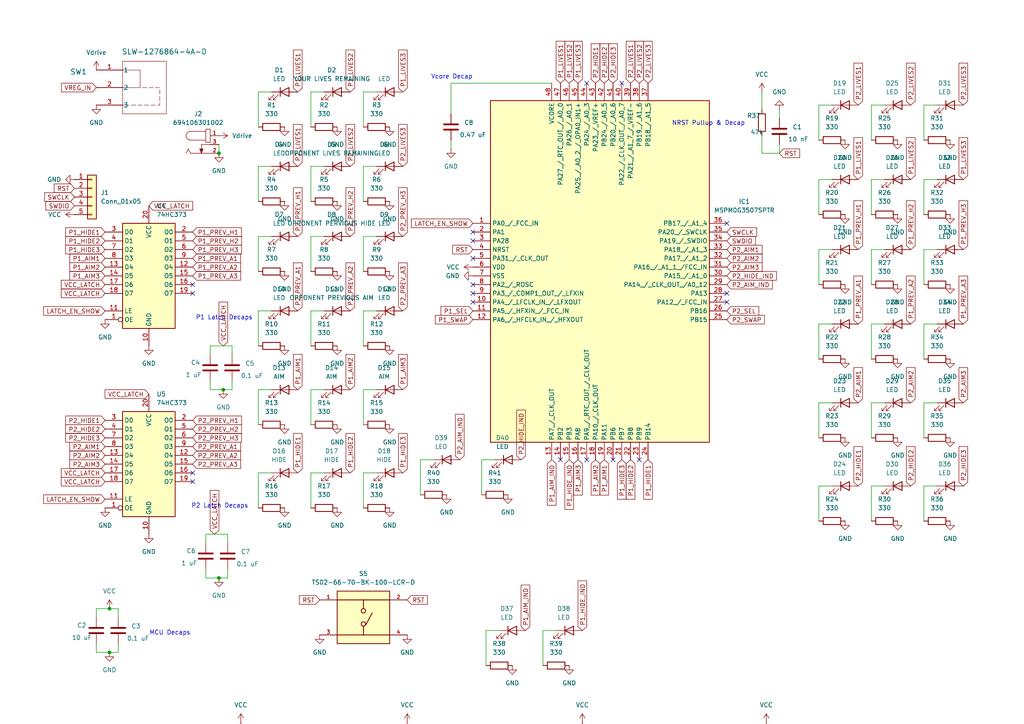
<source format=kicad_sch>
(kicad_sch (version 20231120) (generator "eeschema") (generator_version "8.0")
  (paper "A4")
  (lib_symbols
    (symbol "74xx:74HC373"
      (property "Reference" "U" (at -7.62 16.51 0))
      (property "Value" "74HC373" (at -7.62 -16.51 0))
      (symbol "74HC373_1_0"
        (pin input inverted (at -12.7 -12.7 0) (length 5.08) (name "OE") (number "1"))
        (pin power_in line (at 0 -20.32 90) (length 5.08) (name "GND") (number "10"))
        (pin input line (at -12.7 -10.16 0) (length 5.08) (name "LE") (number "11"))
        (pin tri_state line (at 12.7 2.54 180) (length 5.08) (name "O4") (number "12"))
        (pin input line (at -12.7 2.54 0) (length 5.08) (name "D4") (number "13"))
        (pin input line (at -12.7 0 0) (length 5.08) (name "D5") (number "14"))
        (pin tri_state line (at 12.7 0 180) (length 5.08) (name "O5") (number "15"))
        (pin tri_state line (at 12.7 -2.54 180) (length 5.08) (name "O6") (number "16"))
        (pin input line (at -12.7 -2.54 0) (length 5.08) (name "D6") (number "17"))
        (pin input line (at -12.7 -5.08 0) (length 5.08) (name "D7") (number "18"))
        (pin tri_state line (at 12.7 -5.08 180) (length 5.08) (name "O7") (number "19"))
        (pin tri_state line (at 12.7 12.7 180) (length 5.08) (name "O0") (number "2"))
        (pin power_in line (at 0 20.32 270) (length 5.08) (name "VCC") (number "20"))
        (pin input line (at -12.7 12.7 0) (length 5.08) (name "D0") (number "3"))
        (pin input line (at -12.7 10.16 0) (length 5.08) (name "D1") (number "4"))
        (pin tri_state line (at 12.7 10.16 180) (length 5.08) (name "O1") (number "5"))
        (pin tri_state line (at 12.7 7.62 180) (length 5.08) (name "O2") (number "6"))
        (pin input line (at -12.7 7.62 0) (length 5.08) (name "D2") (number "7"))
        (pin input line (at -12.7 5.08 0) (length 5.08) (name "D3") (number "8"))
        (pin tri_state line (at 12.7 5.08 180) (length 5.08) (name "O3") (number "9"))
      )
    )
    (symbol "Connector_Generic:Conn_01x02" (pin_names (offset 1.016) hide)
      (property "Reference" "J" (at 0 2.54 0))
      (property "Value" "Conn_01x02" (at 0 -5.08 0))
      (symbol "Conn_01x02_1_1"
        (pin passive line (at -5.08 0 0) (length 3.81) (name "Pin_1") (number "1"))
        (pin passive line (at -5.08 -2.54 0) (length 3.81) (name "Pin_2") (number "2"))
      )
    )
    (symbol "Connector_Generic:Conn_01x05" (pin_names (offset 1.016) hide)
      (property "Reference" "J" (at 0 7.62 0))
      (property "Value" "Conn_01x05" (at 0 -7.62 0))
      (symbol "Conn_01x05_1_1"
        (pin passive line (at -5.08 5.08 0) (length 3.81) (name "Pin_1") (number "1"))
        (pin passive line (at -5.08 2.54 0) (length 3.81) (name "Pin_2") (number "2"))
        (pin passive line (at -5.08 0 0) (length 3.81) (name "Pin_3") (number "3"))
        (pin passive line (at -5.08 -2.54 0) (length 3.81) (name "Pin_4") (number "4"))
        (pin passive line (at -5.08 -5.08 0) (length 3.81) (name "Pin_5") (number "5"))
      )
    )
    (symbol "DC Jack:694106301002" (pin_names (offset 1.016))
      (property "Reference" "J" (at 0 2.54 0))
      (symbol "694106301002_0_0"
        (pin passive line (at 5.08 0 180) (length 2.54) (name "~") (number "1"))
        (pin passive line (at 5.08 -5.08 180) (length 2.54) (name "~") (number "2"))
        (pin passive line (at 5.08 -2.54 180) (length 2.54) (name "~") (number "3"))
      )
    )
    (symbol "Device:C" (pin_numbers hide) (pin_names (offset 0.254))
      (property "Reference" "C" (at 0.635 2.54 0))
      (property "Value" "C" (at 0.635 -2.54 0))
      (symbol "C_1_1"
        (pin passive line (at 0 3.81 270) (length 2.794) (name "~") (number "1"))
        (pin passive line (at 0 -3.81 90) (length 2.794) (name "~") (number "2"))
      )
    )
    (symbol "Device:LED" (pin_numbers hide) (pin_names (offset 1.016) hide)
      (property "Reference" "D" (at 0 2.54 0))
      (property "Value" "LED" (at 0 -2.54 0))
      (symbol "LED_1_1"
        (pin passive line (at -3.81 0 0) (length 2.54) (name "K") (number "1"))
        (pin passive line (at 3.81 0 180) (length 2.54) (name "A") (number "2"))
      )
    )
    (symbol "Device:R" (pin_numbers hide) (pin_names (offset 0))
      (property "Reference" "R" (at 2.032 0 90))
      (property "Value" "R" (at 0 0 90))
      (symbol "R_1_1"
        (pin passive line (at 0 3.81 270) (length 1.27) (name "~") (number "1"))
        (pin passive line (at 0 -3.81 90) (length 1.27) (name "~") (number "2"))
      )
    )
    (symbol "LM1117IDTX-ADJ_NOPB_1" (pin_names (offset 0.254))
      (property "Reference" "U1" (at 0 12.7 0))
      (property "Value" "LM1117IDTX-ADJ/NOPB" (at 0 10.16 0))
      (symbol "LM1117IDTX-ADJ_NOPB_1_0_1"
        (pin power_in line (at -22.86 2.54 0) (length 5.08) (name "INPUT") (number "3"))
        (pin power_in line (at 22.86 2.54 180) (length 5.08) (name "OUT") (number "4"))
      )
      (symbol "LM1117IDTX-ADJ_NOPB_1_1_1"
        (pin power_in line (at 22.86 -2.54 180) (length 5.08) (name "ADJ") (number "1"))
      )
    )
    (symbol "LM1117T-ADJ_NOPB:LM1117IDTX-ADJ_NOPB" (pin_names (offset 0.254))
      (property "Reference" "U2" (at 0 12.7 0))
      (property "Value" "LM1117IDTX-ADJ/NOPB" (at 0 10.16 0))
      (symbol "LM1117IDTX-ADJ_NOPB_0_1"
        (pin power_in line (at -22.86 2.54 0) (length 5.08) (name "INPUT") (number "3"))
        (pin power_in line (at 22.86 2.54 180) (length 5.08) (name "OUT") (number "4"))
      )
      (symbol "LM1117IDTX-ADJ_NOPB_1_1"
        (pin power_in line (at 22.86 -2.54 180) (length 5.08) (name "ADJ") (number "1"))
      )
    )
    (symbol "MSPM0G3507SPTR:MSPM0G3507SPTR"
      (property "Reference" "IC" (at 69.85 40.64 0))
      (property "Value" "MSPM0G3507SPTR" (at 69.85 38.1 0))
      (symbol "MSPM0G3507SPTR_1_1"
        (pin passive line (at 0 0 0) (length 5.08) (name "PA0_/_FCC_IN") (number "1"))
        (pin passive line (at 0 -22.86 0) (length 5.08) (name "PA4_/_LFCLK_IN_/_LFXOUT") (number "10"))
        (pin passive line (at 0 -25.4 0) (length 5.08) (name "PA5_/_HFXIN_/_FCC_IN") (number "11"))
        (pin passive line (at 0 -27.94 0) (length 5.08) (name "PA6_/_HFCLK_IN_/_HFXOUT") (number "12"))
        (pin passive line (at 22.86 -68.58 90) (length 5.08) (name "PA7_/_CLK_OUT") (number "13"))
        (pin passive line (at 25.4 -68.58 90) (length 5.08) (name "PB2") (number "14"))
        (pin passive line (at 27.94 -68.58 90) (length 5.08) (name "PB3") (number "15"))
        (pin passive line (at 30.48 -68.58 90) (length 5.08) (name "PA8") (number "16"))
        (pin passive line (at 33.02 -68.58 90) (length 5.08) (name "PA9_/_RTC_OUT_/_CLK_OUT") (number "17"))
        (pin passive line (at 35.56 -68.58 90) (length 5.08) (name "PA10_/_CLK_OUT") (number "18"))
        (pin passive line (at 38.1 -68.58 90) (length 5.08) (name "PA11") (number "19"))
        (pin passive line (at 0 -2.54 0) (length 5.08) (name "PA1") (number "2"))
        (pin passive line (at 40.64 -68.58 90) (length 5.08) (name "PB6") (number "20"))
        (pin passive line (at 43.18 -68.58 90) (length 5.08) (name "PB7") (number "21"))
        (pin passive line (at 45.72 -68.58 90) (length 5.08) (name "PB8") (number "22"))
        (pin passive line (at 48.26 -68.58 90) (length 5.08) (name "PB9") (number "23"))
        (pin passive line (at 50.8 -68.58 90) (length 5.08) (name "PB14") (number "24"))
        (pin passive line (at 73.66 -27.94 180) (length 5.08) (name "PB15") (number "25"))
        (pin passive line (at 73.66 -25.4 180) (length 5.08) (name "PB16") (number "26"))
        (pin passive line (at 73.66 -22.86 180) (length 5.08) (name "PA12_/_FCC_IN") (number "27"))
        (pin passive line (at 73.66 -20.32 180) (length 5.08) (name "PA13") (number "28"))
        (pin passive line (at 73.66 -17.78 180) (length 5.08) (name "PA14_/_CLK_OUT_/A0_12") (number "29"))
        (pin passive line (at 0 -5.08 0) (length 5.08) (name "PA28") (number "3"))
        (pin passive line (at 73.66 -15.24 180) (length 5.08) (name "PA15_/_A1_0") (number "30"))
        (pin passive line (at 73.66 -12.7 180) (length 5.08) (name "PA16_/_A1_1_/FCC_IN") (number "31"))
        (pin passive line (at 73.66 -10.16 180) (length 5.08) (name "PA17_/_A1_2") (number "32"))
        (pin passive line (at 73.66 -7.62 180) (length 5.08) (name "PA18_/_A1_3") (number "33"))
        (pin passive line (at 73.66 -5.08 180) (length 5.08) (name "PA19_/_SWDIO") (number "34"))
        (pin passive line (at 73.66 -2.54 180) (length 5.08) (name "PA20_/_SWCLK") (number "35"))
        (pin passive line (at 73.66 0 180) (length 5.08) (name "PB17_/_A1_4") (number "36"))
        (pin passive line (at 50.8 40.64 270) (length 5.08) (name "PB18_/_A1_5") (number "37"))
        (pin passive line (at 48.26 40.64 270) (length 5.08) (name "PB19_/_A1_6") (number "38"))
        (pin passive line (at 45.72 40.64 270) (length 5.08) (name "PA21_/_A1_7_/_VREF-") (number "39"))
        (pin passive line (at 0 -7.62 0) (length 5.08) (name "NRST") (number "4"))
        (pin passive line (at 43.18 40.64 270) (length 5.08) (name "PA22_/_CLK_OUT_/_A0_7") (number "40"))
        (pin passive line (at 40.64 40.64 270) (length 5.08) (name "PB20_/_A0_6") (number "41"))
        (pin passive line (at 38.1 40.64 270) (length 5.08) (name "PB24_/_A0_5") (number "42"))
        (pin passive line (at 35.56 40.64 270) (length 5.08) (name "PA23_/_VREF+") (number "43"))
        (pin passive line (at 33.02 40.64 270) (length 5.08) (name "PA24_/_A0_3") (number "44"))
        (pin passive line (at 30.48 40.64 270) (length 5.08) (name "PA25_/_A0_2_/_OPA0_IN1+") (number "45"))
        (pin passive line (at 27.94 40.64 270) (length 5.08) (name "PA26_/_A0_1") (number "46"))
        (pin passive line (at 25.4 40.64 270) (length 5.08) (name "PA27_/_RTC_OUT_/_A0_0") (number "47"))
        (pin passive line (at 22.86 40.64 270) (length 5.08) (name "VCORE") (number "48"))
        (pin passive line (at 0 -10.16 0) (length 5.08) (name "PA31_/_CLK_OUT") (number "5"))
        (pin passive line (at 0 -12.7 0) (length 5.08) (name "VDD") (number "6"))
        (pin passive line (at 0 -15.24 0) (length 5.08) (name "VSS") (number "7"))
        (pin passive line (at 0 -17.78 0) (length 5.08) (name "PA2_/_ROSC") (number "8"))
        (pin passive line (at 0 -20.32 0) (length 5.08) (name "PA3_/_COMP1_OUT_/_LFXIN") (number "9"))
      )
    )
    (symbol "SLW-1276864-4A-D:SLW-1276864-4A-D" (pin_names (offset 0.254))
      (property "Reference" "SW" (at 20.32 7.62 0))
      (property "Value" "SLW-1276864-4A-D" (at 20.32 5.08 0))
      (symbol "SLW-1276864-4A-D_0_1"
        (pin unspecified line (at 0 0 0) (length 7.62) (name "1") (number "1"))
        (pin unspecified line (at 0 -5.08 0) (length 7.62) (name "2") (number "2"))
        (pin unspecified line (at 0 -10.16 0) (length 7.62) (name "3") (number "3"))
      )
    )
    (symbol "TS02-66-70-BK-100-LCR-D:TS02-66-70-BK-100-LCR-D" (pin_names (offset 1.016))
      (property "Reference" "S" (at -7.62 8.382 0))
      (property "Value" "TS02-66-70-BK-100-LCR-D" (at -7.62 -8.382 0))
      (symbol "TS02-66-70-BK-100-LCR-D_0_0"
        (pin passive line (at -12.7 5.08 0) (length 5.08) (name "~") (number "1"))
        (pin passive line (at 12.7 5.08 180) (length 5.08) (name "~") (number "2"))
        (pin passive line (at -12.7 -5.08 0) (length 5.08) (name "~") (number "3"))
        (pin passive line (at 12.7 -5.08 180) (length 5.08) (name "~") (number "4"))
      )
    )
    (symbol "power:GND" (power) (pin_numbers hide) (pin_names (offset 0) hide)
      (property "Value" "GND" (at 0 -3.81 0))
      (symbol "GND_1_1"
        (pin power_in line (at 0 0 270) (length 0) (name "~") (number "1"))
      )
    )
    (symbol "power:VCC" (power) (pin_numbers hide) (pin_names (offset 0) hide)
      (property "Value" "VCC" (at 0 3.556 0))
      (symbol "VCC_1_1"
        (pin power_in line (at 0 0 90) (length 0) (name "~") (number "1"))
      )
    )
    (symbol "power:Vdrive" (power) (pin_numbers hide) (pin_names (offset 0) hide)
      (property "Value" "Vdrive" (at 0 3.556 0))
      (symbol "Vdrive_1_1"
        (pin power_in line (at 0 0 90) (length 0) (name "~") (number "1"))
      )
    )
  )
  (junction (at 69.85 220.98))
  (junction (at -20.32 57.15))
  (junction (at -46.99 134.62))
  (junction (at 63.5 167.64))
  (junction (at 118.11 220.98))
  (junction (at 31.75 176.53))
  (junction (at -99.06 118.11))
  (junction (at -36.83 118.11))
  (junction (at -36.83 134.62))
  (junction (at -30.48 85.09))
  (junction (at 31.75 189.23))
  (junction (at -92.71 57.15))
  (junction (at 222.25 220.98))
  (junction (at -36.83 146.05))
  (junction (at -26.67 118.11))
  (junction (at 109.22 232.41))
  (junction (at -30.48 57.15))
  (junction (at 63.5 44.45))
  (junction (at 213.36 232.41))
  (junction (at 168.91 220.98))
  (junction (at -30.48 73.66))
  (junction (at 160.02 232.41))
  (junction (at 64.77 113.03))
  (junction (at -40.64 73.66))
  (junction (at 60.96 232.41))
  (no_connect (at 210.82 85.09))
  (no_connect (at 180.34 24.13))
  (no_connect (at 137.16 85.09))
  (no_connect (at 170.18 24.13))
  (no_connect (at 55.88 139.7))
  (no_connect (at 137.16 67.31))
  (no_connect (at 55.88 137.16))
  (no_connect (at 162.56 133.35))
  (no_connect (at 170.18 133.35))
  (no_connect (at 177.8 133.35))
  (no_connect (at 55.88 82.55))
  (no_connect (at 210.82 87.63))
  (no_connect (at 137.16 82.55))
  (no_connect (at 137.16 87.63))
  (no_connect (at 210.82 64.77))
  (no_connect (at 55.88 85.09))
  (no_connect (at 137.16 69.85))
  (no_connect (at 185.42 133.35))
  (no_connect (at 137.16 74.93))
  (wire (pts (xy -26.67 121.92) (xy -26.67 118.11)))
  (wire (pts (xy -30.48 68.58) (xy -30.48 73.66)))
  (wire (pts (xy 168.91 217.17) (xy 168.91 220.98)))
  (wire (pts (xy 241.3 140.97) (xy 237.49 140.97)))
  (wire (pts (xy 109.22 228.6) (xy 109.22 232.41)))
  (wire (pts (xy -20.32 57.15) (xy -15.24 57.15)))
  (wire (pts (xy 67.31 110.49) (xy 67.31 113.03)))
  (wire (pts (xy 59.69 165.1) (xy 59.69 167.64)))
  (wire (pts (xy 48.26 232.41) (xy 48.26 242.57)))
  (wire (pts (xy 63.5 41.91) (xy 63.5 44.45)))
  (wire (pts (xy 105.41 48.26) (xy 109.22 48.26)))
  (wire (pts (xy 90.17 147.32) (xy 90.17 137.16)))
  (wire (pts (xy 267.97 140.97) (xy 267.97 151.13)))
  (wire (pts (xy -36.83 118.11) (xy -36.83 121.92)))
  (wire (pts (xy 74.93 90.17) (xy 78.74 90.17)))
  (wire (pts (xy 105.41 68.58) (xy 109.22 68.58)))
  (wire (pts (xy 80.01 229.87) (xy 80.01 234.95)))
  (wire (pts (xy 237.49 140.97) (xy 237.49 151.13)))
  (wire (pts (xy 60.96 100.33) (xy 60.96 102.87)))
  (wire (pts (xy 241.3 116.84) (xy 237.49 116.84)))
  (wire (pts (xy -92.71 57.15) (xy -86.36 57.15)))
  (wire (pts (xy 78.74 26.67) (xy 74.93 26.67)))
  (wire (pts (xy 69.85 220.98) (xy 78.74 220.98)))
  (wire (pts (xy 172.72 242.57) (xy 172.72 232.41)))
  (wire (pts (xy 226.06 242.57) (xy 226.06 232.41)))
  (wire (pts (xy 90.17 68.58) (xy 93.98 68.58)))
  (wire (pts (xy 74.93 123.19) (xy 74.93 113.03)))
  (wire (pts (xy -36.83 129.54) (xy -36.83 134.62)))
  (wire (pts (xy -30.48 57.15) (xy -20.32 57.15)))
  (wire (pts (xy 48.26 232.41) (xy 60.96 232.41)))
  (wire (pts (xy -100.33 57.15) (xy -92.71 57.15)))
  (wire (pts (xy 168.91 220.98) (xy 177.8 220.98)))
  (wire (pts (xy 90.17 26.67) (xy 93.98 26.67)))
  (wire (pts (xy 74.93 78.74) (xy 74.93 68.58)))
  (wire (pts (xy 90.17 78.74) (xy 90.17 68.58)))
  (wire (pts (xy -20.32 85.09) (xy -30.48 85.09)))
  (wire (pts (xy 73.66 232.41) (xy 60.96 232.41)))
  (wire (pts (xy 271.78 30.48) (xy 267.97 30.48)))
  (wire (pts (xy 66.04 165.1) (xy 66.04 167.64)))
  (wire (pts (xy 27.94 176.53) (xy 31.75 176.53)))
  (wire (pts (xy -46.99 118.11) (xy -36.83 118.11)))
  (wire (pts (xy -20.32 60.96) (xy -20.32 57.15)))
  (wire (pts (xy 237.49 52.07) (xy 237.49 62.23)))
  (wire (pts (xy 267.97 93.98) (xy 267.97 104.14)))
  (wire (pts (xy 271.78 140.97) (xy 267.97 140.97)))
  (wire (pts (xy 130.81 24.13) (xy 130.81 33.02)))
  (wire (pts (xy 34.29 176.53) (xy 34.29 179.07)))
  (wire (pts (xy 69.85 217.17) (xy 69.85 220.98)))
  (wire (pts (xy -20.32 68.58) (xy -20.32 85.09)))
  (wire (pts (xy 60.96 100.33) (xy 67.31 100.33)))
  (wire (pts (xy 74.93 113.03) (xy 78.74 113.03)))
  (wire (pts (xy -30.48 73.66) (xy -30.48 77.47)))
  (wire (pts (xy 69.85 228.6) (xy 69.85 229.87)))
  (wire (pts (xy 172.72 232.41) (xy 160.02 232.41)))
  (wire (pts (xy 59.69 167.64) (xy 63.5 167.64)))
  (wire (pts (xy -40.64 62.23) (xy -40.64 73.66)))
  (wire (pts (xy 168.91 228.6) (xy 168.91 229.87)))
  (wire (pts (xy 31.75 189.23) (xy 34.29 189.23)))
  (wire (pts (xy 220.98 26.67) (xy 220.98 31.75)))
  (wire (pts (xy 105.41 137.16) (xy 109.22 137.16)))
  (wire (pts (xy 252.73 62.23) (xy 252.73 52.07)))
  (wire (pts (xy 118.11 217.17) (xy 118.11 220.98)))
  (wire (pts (xy 200.66 232.41) (xy 200.66 242.57)))
  (wire (pts (xy 105.41 58.42) (xy 105.41 48.26)))
  (wire (pts (xy 27.94 189.23) (xy 31.75 189.23)))
  (wire (pts (xy 232.41 229.87) (xy 232.41 234.95)))
  (wire (pts (xy 237.49 93.98) (xy 237.49 104.14)))
  (wire (pts (xy 252.73 52.07) (xy 256.54 52.07)))
  (wire (pts (xy 160.02 228.6) (xy 160.02 232.41)))
  (wire (pts (xy 105.41 147.32) (xy 105.41 137.16)))
  (wire (pts (xy 139.7 133.35) (xy 139.7 143.51)))
  (wire (pts (xy -40.64 57.15) (xy -30.48 57.15)))
  (wire (pts (xy 143.51 133.35) (xy 139.7 133.35)))
  (wire (pts (xy 237.49 116.84) (xy 237.49 127)))
  (wire (pts (xy -92.71 64.77) (xy -92.71 69.85)))
  (wire (pts (xy 271.78 116.84) (xy 267.97 116.84)))
  (wire (pts (xy 226.06 232.41) (xy 213.36 232.41)))
  (wire (pts (xy 60.96 110.49) (xy 60.96 113.03)))
  (wire (pts (xy 90.17 137.16) (xy 93.98 137.16)))
  (wire (pts (xy 157.48 182.88) (xy 157.48 193.04)))
  (wire (pts (xy 179.07 229.87) (xy 179.07 234.95)))
  (wire (pts (xy 59.69 154.94) (xy 66.04 154.94)))
  (wire (pts (xy 160.02 220.98) (xy 168.91 220.98)))
  (wire (pts (xy 109.22 26.67) (xy 105.41 26.67)))
  (wire (pts (xy -30.48 85.09) (xy -30.48 90.17)))
  (wire (pts (xy 90.17 90.17) (xy 93.98 90.17)))
  (wire (pts (xy 105.41 123.19) (xy 105.41 113.03)))
  (wire (pts (xy -99.06 118.11) (xy -92.71 118.11)))
  (wire (pts (xy 252.73 127) (xy 252.73 116.84)))
  (wire (pts (xy 59.69 154.94) (xy 59.69 157.48)))
  (wire (pts (xy 252.73 72.39) (xy 256.54 72.39)))
  (wire (pts (xy -46.99 138.43) (xy -46.99 134.62)))
  (wire (pts (xy 220.98 44.45) (xy 226.06 44.45)))
  (wire (pts (xy 74.93 58.42) (xy 74.93 48.26)))
  (wire (pts (xy -26.67 118.11) (xy -21.59 118.11)))
  (wire (pts (xy 267.97 30.48) (xy 267.97 40.64)))
  (wire (pts (xy -106.68 118.11) (xy -99.06 118.11)))
  (wire (pts (xy -26.67 146.05) (xy -36.83 146.05)))
  (wire (pts (xy 96.52 232.41) (xy 96.52 242.57)))
  (wire (pts (xy 252.73 151.13) (xy 252.73 140.97)))
  (wire (pts (xy 252.73 40.64) (xy 252.73 30.48)))
  (wire (pts (xy 74.93 48.26) (xy 78.74 48.26)))
  (wire (pts (xy 90.17 36.83) (xy 90.17 26.67)))
  (wire (pts (xy 90.17 48.26) (xy 93.98 48.26)))
  (wire (pts (xy 213.36 220.98) (xy 222.25 220.98)))
  (wire (pts (xy 74.93 68.58) (xy 78.74 68.58)))
  (wire (pts (xy -40.64 85.09) (xy -30.48 85.09)))
  (wire (pts (xy 74.93 137.16) (xy 78.74 137.16)))
  (wire (pts (xy 144.78 182.88) (xy 140.97 182.88)))
  (wire (pts (xy 252.73 82.55) (xy 252.73 72.39)))
  (wire (pts (xy 109.22 220.98) (xy 118.11 220.98)))
  (wire (pts (xy 27.94 186.69) (xy 27.94 189.23)))
  (wire (pts (xy -36.83 140.97) (xy -36.83 146.05)))
  (wire (pts (xy 168.91 229.87) (xy 179.07 229.87)))
  (wire (pts (xy 105.41 90.17) (xy 105.41 100.33)))
  (wire (pts (xy 222.25 217.17) (xy 222.25 220.98)))
  (wire (pts (xy 27.94 176.53) (xy 27.94 179.07)))
  (wire (pts (xy 271.78 52.07) (xy 267.97 52.07)))
  (wire (pts (xy 271.78 93.98) (xy 267.97 93.98)))
  (wire (pts (xy 222.25 228.6) (xy 222.25 229.87)))
  (wire (pts (xy 105.41 78.74) (xy 105.41 68.58)))
  (wire (pts (xy 267.97 116.84) (xy 267.97 127)))
  (wire (pts (xy 60.96 113.03) (xy 64.77 113.03)))
  (wire (pts (xy 130.81 24.13) (xy 160.02 24.13)))
  (wire (pts (xy -40.64 73.66) (xy -30.48 73.66)))
  (wire (pts (xy 105.41 90.17) (xy 109.22 90.17)))
  (wire (pts (xy 222.25 229.87) (xy 232.41 229.87)))
  (wire (pts (xy -36.83 118.11) (xy -26.67 118.11)))
  (wire (pts (xy 267.97 52.07) (xy 267.97 62.23)))
  (wire (pts (xy 69.85 229.87) (xy 80.01 229.87)))
  (wire (pts (xy 161.29 182.88) (xy 157.48 182.88)))
  (wire (pts (xy 252.73 104.14) (xy 252.73 93.98)))
  (wire (pts (xy 118.11 220.98) (xy 127 220.98)))
  (wire (pts (xy -99.06 125.73) (xy -99.06 130.81)))
  (wire (pts (xy 90.17 123.19) (xy 90.17 113.03)))
  (wire (pts (xy 121.92 232.41) (xy 109.22 232.41)))
  (wire (pts (xy 90.17 58.42) (xy 90.17 48.26)))
  (wire (pts (xy 64.77 113.03) (xy 67.31 113.03)))
  (wire (pts (xy 105.41 26.67) (xy 105.41 36.83)))
  (wire (pts (xy -36.83 146.05) (xy -36.83 151.13)))
  (wire (pts (xy 73.66 242.57) (xy 73.66 232.41)))
  (wire (pts (xy -30.48 57.15) (xy -30.48 60.96)))
  (wire (pts (xy 60.96 220.98) (xy 69.85 220.98)))
  (wire (pts (xy 267.97 72.39) (xy 267.97 82.55)))
  (wire (pts (xy 200.66 232.41) (xy 213.36 232.41)))
  (wire (pts (xy 125.73 133.35) (xy 121.92 133.35)))
  (wire (pts (xy 252.73 116.84) (xy 256.54 116.84)))
  (wire (pts (xy 121.92 242.57) (xy 121.92 232.41)))
  (wire (pts (xy 74.93 26.67) (xy 74.93 36.83)))
  (wire (pts (xy 128.27 229.87) (xy 128.27 234.95)))
  (wire (pts (xy 118.11 228.6) (xy 118.11 229.87)))
  (wire (pts (xy 105.41 113.03) (xy 109.22 113.03)))
  (wire (pts (xy 147.32 232.41) (xy 147.32 242.57)))
  (wire (pts (xy -40.64 77.47) (xy -40.64 73.66)))
  (wire (pts (xy 226.06 34.29) (xy 226.06 31.75)))
  (wire (pts (xy 31.75 176.53) (xy 34.29 176.53)))
  (wire (pts (xy -46.99 146.05) (xy -36.83 146.05)))
  (wire (pts (xy 121.92 133.35) (xy 121.92 143.51)))
  (wire (pts (xy 96.52 232.41) (xy 109.22 232.41)))
  (wire (pts (xy 237.49 30.48) (xy 237.49 40.64)))
  (wire (pts (xy 67.31 100.33) (xy 67.31 102.87)))
  (wire (pts (xy 213.36 228.6) (xy 213.36 232.41)))
  (wire (pts (xy 118.11 229.87) (xy 128.27 229.87)))
  (wire (pts (xy 140.97 182.88) (xy 140.97 193.04)))
  (wire (pts (xy 226.06 41.91) (xy 226.06 44.45)))
  (wire (pts (xy 74.93 90.17) (xy 74.93 100.33)))
  (wire (pts (xy -46.99 123.19) (xy -46.99 134.62)))
  (wire (pts (xy 241.3 72.39) (xy 237.49 72.39)))
  (wire (pts (xy 74.93 147.32) (xy 74.93 137.16)))
  (wire (pts (xy 90.17 90.17) (xy 90.17 100.33)))
  (wire (pts (xy 66.04 154.94) (xy 66.04 157.48)))
  (wire (pts (xy 241.3 93.98) (xy 237.49 93.98)))
  (wire (pts (xy 252.73 140.97) (xy 256.54 140.97)))
  (wire (pts (xy -36.83 134.62) (xy -36.83 138.43)))
  (wire (pts (xy -26.67 129.54) (xy -26.67 146.05)))
  (wire (pts (xy 252.73 93.98) (xy 256.54 93.98)))
  (wire (pts (xy 222.25 220.98) (xy 231.14 220.98)))
  (wire (pts (xy 220.98 39.37) (xy 220.98 44.45)))
  (wire (pts (xy -46.99 134.62) (xy -36.83 134.62)))
  (wire (pts (xy 34.29 186.69) (xy 34.29 189.23)))
  (wire (pts (xy 147.32 232.41) (xy 160.02 232.41)))
  (wire (pts (xy 90.17 113.03) (xy 93.98 113.03)))
  (wire (pts (xy 63.5 167.64) (xy 66.04 167.64)))
  (wire (pts (xy 271.78 72.39) (xy 267.97 72.39)))
  (wire (pts (xy 252.73 30.48) (xy 256.54 30.48)))
  (wire (pts (xy 60.96 228.6) (xy 60.96 232.41)))
  (wire (pts (xy 130.81 40.64) (xy 130.81 43.18)))
  (wire (pts (xy -30.48 80.01) (xy -30.48 85.09)))
  (wire (pts (xy 241.3 52.07) (xy 237.49 52.07)))
  (wire (pts (xy 241.3 30.48) (xy 237.49 30.48)))
  (wire (pts (xy 237.49 72.39) (xy 237.49 82.55)))
  (text "P2 Latch Decaps" (at 63.754 146.812 0) (effects (font (size 1.27 1.27))))
  (text "NRST Pullup & Decap" (at 205.486 35.814 0) (effects (font (size 1.27 1.27))))
  (text "P1 Latch Decaps" (at 65.024 92.202 0) (effects (font (size 1.27 1.27))))
  (text "MCU Decaps" (at 49.276 183.642 0) (effects (font (size 1.27 1.27))))
  (text "Vcore Decap" (at 131.064 22.352 0) (effects (font (size 1.27 1.27))))
  (global_label "P2_AIM1" (shape input) (at 30.48 129.54 180) (property "Intersheetrefs" "${INTERSHEET_REFS}" (effects (hide yes))))
  (global_label "P1_HIDE1" (shape input) (at 86.36 137.16 90) (property "Intersheetrefs" "${INTERSHEET_REFS}" (effects (hide yes))))
  (global_label "P2_AIM1" (shape input) (at 248.92 116.84 90) (property "Intersheetrefs" "${INTERSHEET_REFS}" (effects (hide yes))))
  (global_label "P2_HIDE1" (shape input) (at 172.72 24.13 90) (property "Intersheetrefs" "${INTERSHEET_REFS}" (effects (hide yes))))
  (global_label "P1_PREV_A2" (shape input) (at 264.16 93.98 90) (property "Intersheetrefs" "${INTERSHEET_REFS}" (effects (hide yes))))
  (global_label "P1_LIVES2" (shape input) (at 264.16 52.07 90) (property "Intersheetrefs" "${INTERSHEET_REFS}" (effects (hide yes))))
  (global_label "P2_LIVES1" (shape input) (at 248.92 30.48 90) (property "Intersheetrefs" "${INTERSHEET_REFS}" (effects (hide yes))))
  (global_label "RST" (shape input) (at 137.16 72.39 180) (property "Intersheetrefs" "${INTERSHEET_REFS}" (effects (hide yes))))
  (global_label "VREG_IN" (shape input) (at -106.68 118.11 180) (property "Intersheetrefs" "${INTERSHEET_REFS}" (effects (hide yes))))
  (global_label "P1_HIDE_IND" (shape input) (at 165.1 133.35 270) (property "Intersheetrefs" "${INTERSHEET_REFS}" (effects (hide yes))))
  (global_label "P2_AIM2" (shape input) (at 210.82 74.93 0) (property "Intersheetrefs" "${INTERSHEET_REFS}" (effects (hide yes))))
  (global_label "P1_HIDE_IND" (shape input) (at 168.91 182.88 90) (property "Intersheetrefs" "${INTERSHEET_REFS}" (effects (hide yes))))
  (global_label "P2_HIDE_IND" (shape input) (at 210.82 80.01 0) (property "Intersheetrefs" "${INTERSHEET_REFS}" (effects (hide yes))))
  (global_label "P2_AIM_IND" (shape input) (at 133.35 133.35 90) (property "Intersheetrefs" "${INTERSHEET_REFS}" (effects (hide yes))))
  (global_label "RST" (shape input) (at 92.71 173.99 180) (property "Intersheetrefs" "${INTERSHEET_REFS}" (effects (hide yes))))
  (global_label "P2_PREV_H3" (shape input) (at 116.84 68.58 90) (property "Intersheetrefs" "${INTERSHEET_REFS}" (effects (hide yes))))
  (global_label "P2_PREV_A3" (shape input) (at 116.84 90.17 90) (property "Intersheetrefs" "${INTERSHEET_REFS}" (effects (hide yes))))
  (global_label "P1_LIVES2" (shape input) (at 165.1 24.13 90) (property "Intersheetrefs" "${INTERSHEET_REFS}" (effects (hide yes))))
  (global_label "P1_PREV_H1" (shape input) (at 248.92 72.39 90) (property "Intersheetrefs" "${INTERSHEET_REFS}" (effects (hide yes))))
  (global_label "VREG_IN" (shape input) (at -100.33 57.15 180) (property "Intersheetrefs" "${INTERSHEET_REFS}" (effects (hide yes))))
  (global_label "P2_SWAP" (shape input) (at 210.82 92.71 0) (property "Intersheetrefs" "${INTERSHEET_REFS}" (effects (hide yes))))
  (global_label "P1_HIDE1" (shape input) (at 187.96 133.35 270) (property "Intersheetrefs" "${INTERSHEET_REFS}" (effects (hide yes))))
  (global_label "P2_HIDE2" (shape input) (at 264.16 140.97 90) (property "Intersheetrefs" "${INTERSHEET_REFS}" (effects (hide yes))))
  (global_label "P2_LIVES1" (shape input) (at 86.36 48.26 90) (property "Intersheetrefs" "${INTERSHEET_REFS}" (effects (hide yes))))
  (global_label "P2_PREV_A2" (shape input) (at 101.6 90.17 90) (property "Intersheetrefs" "${INTERSHEET_REFS}" (effects (hide yes))))
  (global_label "P1_LIVES1" (shape input) (at 86.36 26.67 90) (property "Intersheetrefs" "${INTERSHEET_REFS}" (effects (hide yes))))
  (global_label "P2_LIVES3" (shape input) (at 187.96 24.13 90) (property "Intersheetrefs" "${INTERSHEET_REFS}" (effects (hide yes))))
  (global_label "P2_PREV_H1" (shape input) (at 86.36 68.58 90) (property "Intersheetrefs" "${INTERSHEET_REFS}" (effects (hide yes))))
  (global_label "P2_HIDE3" (shape input) (at 177.8 24.13 90) (property "Intersheetrefs" "${INTERSHEET_REFS}" (effects (hide yes))))
  (global_label "P1_HIDE3" (shape input) (at 180.34 133.35 270) (property "Intersheetrefs" "${INTERSHEET_REFS}" (effects (hide yes))))
  (global_label "VCC_LATCH" (shape input) (at 62.23 154.94 90) (property "Intersheetrefs" "${INTERSHEET_REFS}" (effects (hide yes))))
  (global_label "P1_AIM3" (shape input) (at 116.84 113.03 90) (property "Intersheetrefs" "${INTERSHEET_REFS}" (effects (hide yes))))
  (global_label "P2_LIVES3" (shape input) (at 279.4 30.48 90) (property "Intersheetrefs" "${INTERSHEET_REFS}" (effects (hide yes))))
  (global_label "P1_LIVES1" (shape input) (at 162.56 24.13 90) (property "Intersheetrefs" "${INTERSHEET_REFS}" (effects (hide yes))))
  (global_label "P1_PREV_H1" (shape input) (at 55.88 67.31 0) (property "Intersheetrefs" "${INTERSHEET_REFS}" (effects (hide yes))))
  (global_label "P1_AIM_IND" (shape input) (at 160.02 133.35 270) (property "Intersheetrefs" "${INTERSHEET_REFS}" (effects (hide yes))))
  (global_label "P1_SEL" (shape input) (at 127 220.98 0) (property "Intersheetrefs" "${INTERSHEET_REFS}" (effects (hide yes))))
  (global_label "VCC_LATCH" (shape input) (at 64.77 100.33 90) (property "Intersheetrefs" "${INTERSHEET_REFS}" (effects (hide yes))))
  (global_label "P2_LIVES2" (shape input) (at 185.42 24.13 90) (property "Intersheetrefs" "${INTERSHEET_REFS}" (effects (hide yes))))
  (global_label "P2_AIM1" (shape input) (at 210.82 72.39 0) (property "Intersheetrefs" "${INTERSHEET_REFS}" (effects (hide yes))))
  (global_label "P1_AIM1" (shape input) (at 86.36 113.03 90) (property "Intersheetrefs" "${INTERSHEET_REFS}" (effects (hide yes))))
  (global_label "P1_AIM2" (shape input) (at 101.6 113.03 90) (property "Intersheetrefs" "${INTERSHEET_REFS}" (effects (hide yes))))
  (global_label "VCC_LATCH" (shape input) (at -21.59 118.11 0) (property "Intersheetrefs" "${INTERSHEET_REFS}" (effects (hide yes))))
  (global_label "P2_HIDE3" (shape input) (at 279.4 140.97 90) (property "Intersheetrefs" "${INTERSHEET_REFS}" (effects (hide yes))))
  (global_label "P1_HIDE2" (shape input) (at 182.88 133.35 270) (property "Intersheetrefs" "${INTERSHEET_REFS}" (effects (hide yes))))
  (global_label "P2_AIM2" (shape input) (at 264.16 116.84 90) (property "Intersheetrefs" "${INTERSHEET_REFS}" (effects (hide yes))))
  (global_label "VCC_LATCH" (shape input) (at 43.18 59.69 0) (property "Intersheetrefs" "${INTERSHEET_REFS}" (effects (hide yes))))
  (global_label "P1_AIM1" (shape input) (at 30.48 74.93 180) (property "Intersheetrefs" "${INTERSHEET_REFS}" (effects (hide yes))))
  (global_label "P1_PREV_A1" (shape input) (at 248.92 93.98 90) (property "Intersheetrefs" "${INTERSHEET_REFS}" (effects (hide yes))))
  (global_label "P1_PREV_A1" (shape input) (at 55.88 74.93 0) (property "Intersheetrefs" "${INTERSHEET_REFS}" (effects (hide yes))))
  (global_label "P1_AIM_IND" (shape input) (at 152.4 182.88 90) (property "Intersheetrefs" "${INTERSHEET_REFS}" (effects (hide yes))))
  (global_label "P2_PREV_H2" (shape input) (at 55.88 124.46 0) (property "Intersheetrefs" "${INTERSHEET_REFS}" (effects (hide yes))))
  (global_label "P1_LIVES3" (shape input) (at 167.64 24.13 90) (property "Intersheetrefs" "${INTERSHEET_REFS}" (effects (hide yes))))
  (global_label "P2_SWAP" (shape input) (at 177.8 220.98 0) (property "Intersheetrefs" "${INTERSHEET_REFS}" (effects (hide yes))))
  (global_label "P1_AIM3" (shape input) (at 167.64 133.35 270) (property "Intersheetrefs" "${INTERSHEET_REFS}" (effects (hide yes))))
  (global_label "P1_HIDE1" (shape input) (at 30.48 67.31 180) (property "Intersheetrefs" "${INTERSHEET_REFS}" (effects (hide yes))))
  (global_label "P2_PREV_A3" (shape input) (at 55.88 134.62 0) (property "Intersheetrefs" "${INTERSHEET_REFS}" (effects (hide yes))))
  (global_label "P2_PREV_H1" (shape input) (at 55.88 121.92 0) (property "Intersheetrefs" "${INTERSHEET_REFS}" (effects (hide yes))))
  (global_label "P2_PREV_A2" (shape input) (at 55.88 132.08 0) (property "Intersheetrefs" "${INTERSHEET_REFS}" (effects (hide yes))))
  (global_label "P2_PREV_H2" (shape input) (at 101.6 68.58 90) (property "Intersheetrefs" "${INTERSHEET_REFS}" (effects (hide yes))))
  (global_label "VCC_LATCH" (shape input) (at 43.18 114.3 180) (property "Intersheetrefs" "${INTERSHEET_REFS}" (effects (hide yes))))
  (global_label "P2_AIM3" (shape input) (at 30.48 134.62 180) (property "Intersheetrefs" "${INTERSHEET_REFS}" (effects (hide yes))))
  (global_label "P2_LIVES3" (shape input) (at 116.84 48.26 90) (property "Intersheetrefs" "${INTERSHEET_REFS}" (effects (hide yes))))
  (global_label "P2_SEL" (shape input) (at 210.82 90.17 0) (property "Intersheetrefs" "${INTERSHEET_REFS}" (effects (hide yes))))
  (global_label "P2_HIDE3" (shape input) (at 30.48 127 180) (property "Intersheetrefs" "${INTERSHEET_REFS}" (effects (hide yes))))
  (global_label "P1_PREV_H2" (shape input) (at 264.16 72.39 90) (property "Intersheetrefs" "${INTERSHEET_REFS}" (effects (hide yes))))
  (global_label "P2_HIDE1" (shape input) (at 248.92 140.97 90) (property "Intersheetrefs" "${INTERSHEET_REFS}" (effects (hide yes))))
  (global_label "P2_AIM_IND" (shape input) (at 210.82 82.55 0) (property "Intersheetrefs" "${INTERSHEET_REFS}" (effects (hide yes))))
  (global_label "P1_AIM2" (shape input) (at 30.48 77.47 180) (property "Intersheetrefs" "${INTERSHEET_REFS}" (effects (hide yes))))
  (global_label "SWDIO" (shape input) (at 21.59 59.69 180) (property "Intersheetrefs" "${INTERSHEET_REFS}" (effects (hide yes))))
  (global_label "P1_AIM1" (shape input) (at 175.26 133.35 270) (property "Intersheetrefs" "${INTERSHEET_REFS}" (effects (hide yes))))
  (global_label "P2_HIDE1" (shape input) (at 30.48 121.92 180) (property "Intersheetrefs" "${INTERSHEET_REFS}" (effects (hide yes))))
  (global_label "P1_PREV_H3" (shape input) (at 55.88 72.39 0) (property "Intersheetrefs" "${INTERSHEET_REFS}" (effects (hide yes))))
  (global_label "VCC_LATCH" (shape input) (at 30.48 85.09 180) (property "Intersheetrefs" "${INTERSHEET_REFS}" (effects (hide yes))))
  (global_label "P1_SEL" (shape input) (at 137.16 90.17 180) (property "Intersheetrefs" "${INTERSHEET_REFS}" (effects (hide yes))))
  (global_label "P1_HIDE2" (shape input) (at 101.6 137.16 90) (property "Intersheetrefs" "${INTERSHEET_REFS}" (effects (hide yes))))
  (global_label "P2_HIDE2" (shape input) (at 30.48 124.46 180) (property "Intersheetrefs" "${INTERSHEET_REFS}" (effects (hide yes))))
  (global_label "P2_LIVES1" (shape input) (at 182.88 24.13 90) (property "Intersheetrefs" "${INTERSHEET_REFS}" (effects (hide yes))))
  (global_label "P1_PREV_A3" (shape input) (at 55.88 80.01 0) (property "Intersheetrefs" "${INTERSHEET_REFS}" (effects (hide yes))))
  (global_label "P2_PREV_A1" (shape input) (at 86.36 90.17 90) (property "Intersheetrefs" "${INTERSHEET_REFS}" (effects (hide yes))))
  (global_label "P2_LIVES2" (shape input) (at 101.6 48.26 90) (property "Intersheetrefs" "${INTERSHEET_REFS}" (effects (hide yes))))
  (global_label "SWCLK" (shape input) (at 210.82 67.31 0) (property "Intersheetrefs" "${INTERSHEET_REFS}" (effects (hide yes))))
  (global_label "P1_HIDE3" (shape input) (at 30.48 72.39 180) (property "Intersheetrefs" "${INTERSHEET_REFS}" (effects (hide yes))))
  (global_label "P1_HIDE3" (shape input) (at 116.84 137.16 90) (property "Intersheetrefs" "${INTERSHEET_REFS}" (effects (hide yes))))
  (global_label "P2_SEL" (shape input) (at 231.14 220.98 0) (property "Intersheetrefs" "${INTERSHEET_REFS}" (effects (hide yes))))
  (global_label "P1_PREV_A2" (shape input) (at 55.88 77.47 0) (property "Intersheetrefs" "${INTERSHEET_REFS}" (effects (hide yes))))
  (global_label "P2_HIDE_IND" (shape input) (at 151.13 133.35 90) (property "Intersheetrefs" "${INTERSHEET_REFS}" (effects (hide yes))))
  (global_label "P1_HIDE2" (shape input) (at 30.48 69.85 180) (property "Intersheetrefs" "${INTERSHEET_REFS}" (effects (hide yes))))
  (global_label "LATCH_EN_SHOW" (shape input) (at 30.48 90.17 180) (property "Intersheetrefs" "${INTERSHEET_REFS}" (effects (hide yes))))
  (global_label "P2_PREV_H3" (shape input) (at 55.88 127 0) (property "Intersheetrefs" "${INTERSHEET_REFS}" (effects (hide yes))))
  (global_label "P2_AIM2" (shape input) (at 30.48 132.08 180) (property "Intersheetrefs" "${INTERSHEET_REFS}" (effects (hide yes))))
  (global_label "P2_AIM3" (shape input) (at 210.82 77.47 0) (property "Intersheetrefs" "${INTERSHEET_REFS}" (effects (hide yes))))
  (global_label "P2_AIM3" (shape input) (at 279.4 116.84 90) (property "Intersheetrefs" "${INTERSHEET_REFS}" (effects (hide yes))))
  (global_label "VCC_LATCH" (shape input) (at 30.48 137.16 180) (property "Intersheetrefs" "${INTERSHEET_REFS}" (effects (hide yes))))
  (global_label "SWCLK" (shape input) (at 21.59 57.15 180) (property "Intersheetrefs" "${INTERSHEET_REFS}" (effects (hide yes))))
  (global_label "VCC_LATCH" (shape input) (at 30.48 139.7 180) (property "Intersheetrefs" "${INTERSHEET_REFS}" (effects (hide yes))))
  (global_label "P1_LIVES3" (shape input) (at 279.4 52.07 90) (property "Intersheetrefs" "${INTERSHEET_REFS}" (effects (hide yes))))
  (global_label "RST" (shape input) (at 21.59 54.61 180) (property "Intersheetrefs" "${INTERSHEET_REFS}" (effects (hide yes))))
  (global_label "LATCH_EN_SHOW" (shape input) (at 30.48 144.78 180) (property "Intersheetrefs" "${INTERSHEET_REFS}" (effects (hide yes))))
  (global_label "P1_AIM3" (shape input) (at 30.48 80.01 180) (property "Intersheetrefs" "${INTERSHEET_REFS}" (effects (hide yes))))
  (global_label "SWDIO" (shape input) (at 210.82 69.85 0) (property "Intersheetrefs" "${INTERSHEET_REFS}" (effects (hide yes))))
  (global_label "P1_PREV_A3" (shape input) (at 279.4 93.98 90) (property "Intersheetrefs" "${INTERSHEET_REFS}" (effects (hide yes))))
  (global_label "P1_PREV_H2" (shape input) (at 55.88 69.85 0) (property "Intersheetrefs" "${INTERSHEET_REFS}" (effects (hide yes))))
  (global_label "P1_LIVES3" (shape input) (at 116.84 26.67 90) (property "Intersheetrefs" "${INTERSHEET_REFS}" (effects (hide yes))))
  (global_label "LATCH_EN_SHOW" (shape input) (at 137.16 64.77 180) (property "Intersheetrefs" "${INTERSHEET_REFS}" (effects (hide yes))))
  (global_label "P1_LIVES1" (shape input) (at 248.92 52.07 90) (property "Intersheetrefs" "${INTERSHEET_REFS}" (effects (hide yes))))
  (global_label "VCC_LATCH" (shape input) (at 30.48 82.55 180) (property "Intersheetrefs" "${INTERSHEET_REFS}" (effects (hide yes))))
  (global_label "P1_LIVES2" (shape input) (at 101.6 26.67 90) (property "Intersheetrefs" "${INTERSHEET_REFS}" (effects (hide yes))))
  (global_label "P1_SWAP" (shape input) (at 137.16 92.71 180) (property "Intersheetrefs" "${INTERSHEET_REFS}" (effects (hide yes))))
  (global_label "P1_SWAP" (shape input) (at 78.74 220.98 0) (property "Intersheetrefs" "${INTERSHEET_REFS}" (effects (hide yes))))
  (global_label "P2_PREV_A1" (shape input) (at 55.88 129.54 0) (property "Intersheetrefs" "${INTERSHEET_REFS}" (effects (hide yes))))
  (global_label "P1_PREV_H3" (shape input) (at 279.4 72.39 90) (property "Intersheetrefs" "${INTERSHEET_REFS}" (effects (hide yes))))
  (global_label "RST" (shape input) (at 118.11 173.99 0) (property "Intersheetrefs" "${INTERSHEET_REFS}" (effects (hide yes))))
  (global_label "RST" (shape input) (at 226.06 44.45 0) (property "Intersheetrefs" "${INTERSHEET_REFS}" (effects (hide yes))))
  (global_label "P2_HIDE2" (shape input) (at 175.26 24.13 90) (property "Intersheetrefs" "${INTERSHEET_REFS}" (effects (hide yes))))
  (global_label "VREG_IN" (shape input) (at 27.94 25.4 180) (property "Intersheetrefs" "${INTERSHEET_REFS}" (effects (hide yes))))
  (global_label "P2_LIVES2" (shape input) (at 264.16 30.48 90) (property "Intersheetrefs" "${INTERSHEET_REFS}" (effects (hide yes))))
  (global_label "P1_AIM2" (shape input) (at 172.72 133.35 270) (property "Intersheetrefs" "${INTERSHEET_REFS}" (effects (hide yes))))
  (symbol (lib_id "power:GND") (at 245.11 40.64 0) (unit 1)
    (property "Reference" "#PWR052" (effects (hide yes)))
    (property "Value" "GND" (at 245.11 45.72 0))
    (property "Description" "Power symbol creates a global label with name \"GND\" , ground" (effects (hide yes)))
  )
  (symbol (lib_id "power:GND") (at 128.27 234.95 0) (unit 1)
    (property "Reference" "#PWR085" (effects (hide yes)))
    (property "Value" "GND" (at 128.27 240.03 0))
    (property "Description" "Power symbol creates a global label with name \"GND\" , ground" (effects (hide yes)))
  )
  (symbol (lib_id "Device:R") (at 144.78 193.04 90) (unit 1)
    (property "Reference" "R38" (at 144.78 186.69 90))
    (property "Value" "330" (at 144.78 189.23 90))
    (property "Footprint" "Resistor_SMD:R_1206_3216Metric_Pad1.30x1.75mm_HandSolder" (effects (hide yes)))
    (property "Description" "Resistor" (effects (hide yes)))
    (property "LCSC" "C17930" (effects (hide yes)))
  )
  (symbol (lib_id "power:GND") (at 245.11 151.13 0) (unit 1)
    (property "Reference" "#PWR067" (effects (hide yes)))
    (property "Value" "GND" (at 245.11 156.21 0))
    (property "Description" "Power symbol creates a global label with name \"GND\" , ground" (effects (hide yes)))
  )
  (symbol (lib_id "power:GND") (at 63.5 44.45 0) (unit 1)
    (property "Reference" "#PWR021" (effects (hide yes)))
    (property "Value" "GND" (at 63.5 49.53 0))
    (property "Description" "Power symbol creates a global label with name \"GND\" , ground" (effects (hide yes)))
  )
  (symbol (lib_id "Device:LED") (at 82.55 26.67 0) (unit 1) (in_bom no)
    (property "Reference" "D1" (at 80.9625 20.32 0))
    (property "Value" "LED" (at 80.9625 22.86 0))
    (property "Footprint" "Paintball LED:WL-TMRC_5MM" (effects (hide yes)))
    (property "Description" "Light emitting diode" (effects (hide yes)))
  )
  (symbol (lib_id "power:VCC") (at 21.59 62.23 90) (unit 1)
    (property "Reference" "#PWR023" (effects (hide yes)))
    (property "Value" "VCC" (at 17.78 62.2299 90) (effects (justify left)))
    (property "Description" "Power symbol creates a global label with name \"VCC\"" (effects (hide yes)))
  )
  (symbol (lib_id "Device:R") (at -30.48 64.77 0) (unit 1)
    (property "Reference" "R50" (at -35.814 63.5 0) (effects (justify left)))
    (property "Value" "220" (at -35.814 66.548 0) (effects (justify left)))
    (property "Footprint" "Resistor_SMD:R_0805_2012Metric_Pad1.20x1.40mm_HandSolder" (effects (hide yes)))
    (property "Description" "Resistor" (effects (hide yes)))
    (property "LCSC" " C17557" (effects (hide yes)))
  )
  (symbol (lib_id "Device:R") (at -36.83 125.73 0) (unit 1)
    (property "Reference" "R51" (at -42.164 124.46 0) (effects (justify left)))
    (property "Value" "220" (at -42.164 127.508 0) (effects (justify left)))
    (property "Footprint" "Resistor_SMD:R_0805_2012Metric_Pad1.20x1.40mm_HandSolder" (effects (hide yes)))
    (property "Description" "Resistor" (effects (hide yes)))
    (property "LCSC" " C17557" (effects (hide yes)))
  )
  (symbol (lib_id "Device:LED") (at 113.03 113.03 0) (unit 1) (in_bom no)
    (property "Reference" "D15" (at 111.4425 106.68 0))
    (property "Value" "AIM" (at 111.4425 109.22 0))
    (property "Footprint" "Paintball LED:WL-TMRC_5MM" (effects (hide yes)))
    (property "Description" "Light emitting diode" (effects (hide yes)))
  )
  (symbol (lib_id "power:GND") (at 121.92 252.73 0) (unit 1)
    (property "Reference" "#PWR031" (effects (hide yes)))
    (property "Value" "GND" (at 121.92 257.81 0))
    (property "Description" "Power symbol creates a global label with name \"GND\" , ground" (effects (hide yes)))
  )
  (symbol (lib_id "Device:LED") (at 260.35 30.48 0) (unit 1) (in_bom no)
    (property "Reference" "D25" (at 258.7625 24.13 0))
    (property "Value" "LED" (at 258.7625 26.67 0))
    (property "Footprint" "Paintball LED:WL-TMRC_5MM" (effects (hide yes)))
    (property "Description" "Light emitting diode" (effects (hide yes)))
  )
  (symbol (lib_id "power:GND") (at 165.1 193.04 0) (unit 1)
    (property "Reference" "#PWR017" (effects (hide yes)))
    (property "Value" "GND" (at 165.1 198.12 0))
    (property "Description" "Power symbol creates a global label with name \"GND\" , ground" (effects (hide yes)))
  )
  (symbol (lib_id "Device:R") (at 60.96 224.79 180) (unit 1)
    (property "Reference" "R42" (at 63.5 223.5199 0) (effects (justify right)))
    (property "Value" "1k" (at 63.5 226.0599 0) (effects (justify right)))
    (property "Footprint" "Resistor_SMD:R_1206_3216Metric_Pad1.30x1.75mm_HandSolder" (effects (hide yes)))
    (property "Description" "Resistor" (effects (hide yes)))
    (property "LCSC" "C4410" (effects (hide yes)))
  )
  (symbol (lib_id "power:GND") (at 118.11 184.15 0) (unit 1)
    (property "Reference" "#PWR09" (effects (hide yes)))
    (property "Value" "GND" (at 118.11 189.23 0))
    (property "Description" "Power symbol creates a global label with name \"GND\" , ground" (effects (hide yes)))
  )
  (symbol (lib_id "Device:R") (at 78.74 36.83 90) (unit 1)
    (property "Reference" "R1" (at 78.74 30.48 90))
    (property "Value" "330" (at 78.74 33.02 90))
    (property "Footprint" "Resistor_SMD:R_1206_3216Metric_Pad1.30x1.75mm_HandSolder" (effects (hide yes)))
    (property "Description" "Resistor" (effects (hide yes)))
    (property "LCSC" "C17930" (effects (hide yes)))
  )
  (symbol (lib_id "power:GND") (at 92.71 184.15 0) (unit 1)
    (property "Reference" "#PWR08" (effects (hide yes)))
    (property "Value" "GND" (at 92.71 189.23 0))
    (property "Description" "Power symbol creates a global label with name \"GND\" , ground" (effects (hide yes)))
  )
  (symbol (lib_id "power:GND") (at 30.48 92.71 0) (unit 1)
    (property "Reference" "#PWR011" (effects (hide yes)))
    (property "Value" "GND" (at 30.48 97.79 0))
    (property "Description" "Power symbol creates a global label with name \"GND\" , ground" (effects (hide yes)))
  )
  (symbol (lib_id "Device:R") (at 256.54 40.64 90) (unit 1)
    (property "Reference" "R25" (at 256.54 34.29 90))
    (property "Value" "330" (at 256.54 36.83 90))
    (property "Footprint" "Resistor_SMD:R_1206_3216Metric_Pad1.30x1.75mm_HandSolder" (effects (hide yes)))
    (property "Description" "Resistor" (effects (hide yes)))
    (property "LCSC" "C17930" (effects (hide yes)))
  )
  (symbol (lib_id "power:GND") (at 73.66 252.73 0) (unit 1)
    (property "Reference" "#PWR033" (effects (hide yes)))
    (property "Value" "GND" (at 73.66 257.81 0))
    (property "Description" "Power symbol creates a global label with name \"GND\" , ground" (effects (hide yes)))
  )
  (symbol (lib_id "Device:LED") (at 97.79 137.16 0) (unit 1) (in_bom no)
    (property "Reference" "D17" (at 96.2025 130.81 0))
    (property "Value" "HIDE" (at 96.2025 133.35 0))
    (property "Footprint" "Paintball LED:WL-TMRC_5MM" (effects (hide yes)))
    (property "Description" "Light emitting diode" (effects (hide yes)))
  )
  (symbol (lib_id "Device:R") (at 161.29 193.04 90) (unit 1)
    (property "Reference" "R39" (at 161.29 186.69 90))
    (property "Value" "330" (at 161.29 189.23 90))
    (property "Footprint" "Resistor_SMD:R_1206_3216Metric_Pad1.30x1.75mm_HandSolder" (effects (hide yes)))
    (property "Description" "Resistor" (effects (hide yes)))
    (property "LCSC" "C17930" (effects (hide yes)))
  )
  (symbol (lib_id "power:GND") (at 64.77 113.03 0) (unit 1)
    (property "Reference" "#PWR074" (effects (hide yes)))
    (property "Value" "GND" (at 64.77 118.11 0))
    (property "Description" "Power symbol creates a global label with name \"GND\" , ground" (effects (hide yes)))
  )
  (symbol (lib_id "power:GND") (at 260.35 40.64 0) (unit 1)
    (property "Reference" "#PWR053" (effects (hide yes)))
    (property "Value" "GND" (at 260.35 45.72 0))
    (property "Description" "Power symbol creates a global label with name \"GND\" , ground" (effects (hide yes)))
  )
  (symbol (lib_id "Device:LED") (at 275.59 116.84 0) (unit 1) (in_bom no)
    (property "Reference" "D35" (at 274.0025 110.49 0))
    (property "Value" "LED" (at 274.0025 113.03 0))
    (property "Footprint" "Paintball LED:WL-TMRC_5MM" (effects (hide yes)))
    (property "Description" "Light emitting diode" (effects (hide yes)))
  )
  (symbol (lib_id "Device:R") (at 109.22 58.42 90) (unit 1)
    (property "Reference" "R6" (at 109.22 52.07 90))
    (property "Value" "330" (at 109.22 54.61 90))
    (property "Footprint" "Resistor_SMD:R_1206_3216Metric_Pad1.30x1.75mm_HandSolder" (effects (hide yes)))
    (property "Description" "Resistor" (effects (hide yes)))
    (property "LCSC" "C17930" (effects (hide yes)))
  )
  (symbol (lib_id "power:GND") (at 113.03 78.74 0) (unit 1)
    (property "Reference" "#PWR042" (effects (hide yes)))
    (property "Value" "GND" (at 113.03 83.82 0))
    (property "Description" "Power symbol creates a global label with name \"GND\" , ground" (effects (hide yes)))
  )
  (symbol (lib_id "Device:R") (at 93.98 78.74 90) (unit 1)
    (property "Reference" "R8" (at 93.98 72.39 90))
    (property "Value" "330" (at 93.98 74.93 90))
    (property "Footprint" "Resistor_SMD:R_1206_3216Metric_Pad1.30x1.75mm_HandSolder" (effects (hide yes)))
    (property "Description" "Resistor" (effects (hide yes)))
    (property "LCSC" "C17930" (effects (hide yes)))
  )
  (symbol (lib_id "power:GND") (at -30.48 90.17 0) (unit 1)
    (property "Reference" "#PWR070" (effects (hide yes)))
    (property "Value" "GND" (at -30.48 95.25 0))
    (property "Description" "Power symbol creates a global label with name \"GND\" , ground" (effects (hide yes)))
  )
  (symbol (lib_id "power:GND") (at 113.03 36.83 0) (unit 1)
    (property "Reference" "#PWR036" (effects (hide yes)))
    (property "Value" "GND" (at 113.03 41.91 0))
    (property "Description" "Power symbol creates a global label with name \"GND\" , ground" (effects (hide yes)))
  )
  (symbol (lib_id "Device:C") (at 130.81 36.83 0) (unit 1)
    (property "Reference" "C8" (at 134.62 35.5599 0) (effects (justify left)))
    (property "Value" "0.47 uF" (at 133.35 39.116 0) (effects (justify left)))
    (property "Footprint" "Capacitor_SMD:C_1206_3216Metric_Pad1.33x1.80mm_HandSolder" (effects (hide yes)))
    (property "Description" "Unpolarized capacitor" (effects (hide yes)))
    (property "LCSC" " C527350" (effects (hide yes)))
  )
  (symbol (lib_id "power:GND") (at 27.94 30.48 0) (unit 1)
    (property "Reference" "#PWR03" (effects (hide yes)))
    (property "Value" "GND" (at 27.94 35.56 0))
    (property "Description" "Power symbol creates a global label with name \"GND\" , ground" (effects (hide yes)))
  )
  (symbol (lib_id "MSPM0G3507SPTR:MSPM0G3507SPTR") (at 137.16 64.77 0) (unit 1)
    (property "Reference" "IC1" (at 215.9 58.4514 0))
    (property "Value" "MSPM0G3507SPTR" (at 215.9 60.9914 0))
    (property "Footprint" "MSPM0G3507SPTR:QFP50P900X900X160-48N" (effects (hide yes)))
    (property "Datasheet" "https://www.ti.com/lit/ds/symlink/mspm0g3507.pdf?ts=1728847186297&ref_url=https%253A%252F%252Fwww.ti.com%252Fproduct%252FMSPM0G3507" (effects (hide yes)))
    (property "Description" "Core  Arm 32-bit Cortex-M0+ CPU with memory protection unit, frequency up to 80 MHz  Operating characteristics  Extended temperature: 40C up to 125C  Wide supply voltage range: 1.62 V to 3.6 V  Memories  Up to 128KB of flash memory with error correction code (ECC)  Up to 32KB of SRAM with hardware parity  High-performance analog peripherals  Two simultaneous sampling 12-bit 4-Msps analog-to-digital converters (ADCs) with up to 17 external channels  14-bit effective resolution" (effects (hide yes)))
    (property "Height" "1.6" (effects (hide yes)))
    (property "Mouser Part Number" "595-MSPM0G3507SPTR" (effects (hide yes)))
    (property "Mouser Price/Stock" "https://www.mouser.co.uk/ProductDetail/Texas-Instruments/MSPM0G3507SPTR?qs=ST9lo4GX8V1GEI0H4GAJcA%3D%3D" (effects (hide yes)))
    (property "Manufacturer_Name" "Texas Instruments" (effects (hide yes)))
    (property "Manufacturer_Part_Number" "MSPM0G3507SPTR" (effects (hide yes)))
    (property "LCSC" "C22362630" (effects (hide yes)))
  )
  (symbol (lib_id "power:GND") (at 113.03 58.42 0) (unit 1)
    (property "Reference" "#PWR039" (effects (hide yes)))
    (property "Value" "GND" (at 113.03 63.5 0))
    (property "Description" "Power symbol creates a global label with name \"GND\" , ground" (effects (hide yes)))
  )
  (symbol (lib_id "Device:LED") (at 82.55 68.58 0) (unit 1) (in_bom no)
    (property "Reference" "D7" (at 80.9625 62.23 0))
    (property "Value" "LED" (at 80.9625 64.77 0))
    (property "Footprint" "Paintball LED:WL-TMRC_5MM" (effects (hide yes)))
    (property "Description" "Light emitting diode" (effects (hide yes)))
  )
  (symbol (lib_id "Device:LED") (at 245.11 116.84 0) (unit 1) (in_bom no)
    (property "Reference" "D23" (at 243.5225 110.49 0))
    (property "Value" "LED" (at 243.5225 113.03 0))
    (property "Footprint" "Paintball LED:WL-TMRC_5MM" (effects (hide yes)))
    (property "Description" "Light emitting diode" (effects (hide yes)))
  )
  (symbol (lib_id "power:GND") (at 97.79 36.83 0) (unit 1)
    (property "Reference" "#PWR035" (effects (hide yes)))
    (property "Value" "GND" (at 97.79 41.91 0))
    (property "Description" "Power symbol creates a global label with name \"GND\" , ground" (effects (hide yes)))
  )
  (symbol (lib_id "Device:C") (at -99.06 121.92 0) (unit 1)
    (property "Reference" "C15" (at -104.648 120.396 0) (effects (justify left)))
    (property "Value" "10 uF" (at -106.172 123.952 0) (effects (justify left)))
    (property "Footprint" "Capacitor_SMD:C_1206_3216Metric_Pad1.33x1.80mm_HandSolder" (effects (hide yes)))
    (property "Description" "Unpolarized capacitor" (effects (hide yes)))
    (property "LCSC" "C9807" (effects (hide yes)))
  )
  (symbol (lib_id "Device:C") (at 168.91 224.79 0) (unit 1)
    (property "Reference" "C13" (at 172.72 223.5199 0) (effects (justify left)))
    (property "Value" "1 uF" (at 171.45 227.076 0) (effects (justify left)))
    (property "Footprint" "Capacitor_SMD:C_1206_3216Metric_Pad1.33x1.80mm_HandSolder" (effects (hide yes)))
    (property "Description" "Unpolarized capacitor" (effects (hide yes)))
    (property "LCSC" "C28322" (effects (hide yes)))
  )
  (symbol (lib_id "Device:LED") (at 245.11 30.48 0) (unit 1) (in_bom no)
    (property "Reference" "D19" (at 243.5225 24.13 0))
    (property "Value" "LED" (at 243.5225 26.67 0))
    (property "Footprint" "Paintball LED:WL-TMRC_5MM" (effects (hide yes)))
    (property "Description" "Light emitting diode" (effects (hide yes)))
  )
  (symbol (lib_id "power:GND") (at 43.18 100.33 0) (unit 1)
    (property "Reference" "#PWR012" (effects (hide yes)))
    (property "Value" "GND" (at 43.18 105.41 0))
    (property "Description" "Power symbol creates a global label with name \"GND\" , ground" (effects (hide yes)))
  )
  (symbol (lib_id "SLW-1276864-4A-D:SLW-1276864-4A-D") (at 27.94 20.32 0) (unit 1) (in_bom no)
    (property "Reference" "SW1" (at 20.32 20.828 0) (effects (font (size 1.524 1.524)) (justify left)))
    (property "Value" "SLW-1276864-4A-D" (at 35.306 14.986 0) (effects (font (size 1.524 1.524)) (justify left)))
    (property "Footprint" "SLW-1276864-4A-D-Footprints:SLW-1276864_CUD" (effects (hide yes)))
    (property "Datasheet" "SLW-1276864-4A-D" (effects (hide yes)))
  )
  (symbol (lib_id "power:GND") (at 97.79 100.33 0) (unit 1)
    (property "Reference" "#PWR044" (effects (hide yes)))
    (property "Value" "GND" (at 97.79 105.41 0))
    (property "Description" "Power symbol creates a global label with name \"GND\" , ground" (effects (hide yes)))
  )
  (symbol (lib_id "power:GND") (at 48.26 252.73 0) (unit 1)
    (property "Reference" "#PWR032" (effects (hide yes)))
    (property "Value" "GND" (at 48.26 257.81 0))
    (property "Description" "Power symbol creates a global label with name \"GND\" , ground" (effects (hide yes)))
  )
  (symbol (lib_id "power:GND") (at 137.16 80.01 270) (unit 1)
    (property "Reference" "#PWR024" (effects (hide yes)))
    (property "Value" "GND" (at 133.35 80.0099 90) (effects (justify right)))
    (property "Description" "Power symbol creates a global label with name \"GND\" , ground" (effects (hide yes)))
  )
  (symbol (lib_id "Device:LED") (at 113.03 90.17 0) (unit 1) (in_bom no)
    (property "Reference" "D12" (at 111.4425 83.82 0))
    (property "Value" "LED" (at 111.4425 86.36 0))
    (property "Footprint" "Paintball LED:WL-TMRC_5MM" (effects (hide yes)))
    (property "Description" "Light emitting diode" (effects (hide yes)))
  )
  (symbol (lib_id "power:GND") (at 275.59 104.14 0) (unit 1)
    (property "Reference" "#PWR063" (effects (hide yes)))
    (property "Value" "GND" (at 275.59 109.22 0))
    (property "Description" "Power symbol creates a global label with name \"GND\" , ground" (effects (hide yes)))
  )
  (symbol (lib_id "power:Vdrive") (at 27.94 20.32 0) (unit 1)
    (property "Reference" "#PWR01" (effects (hide yes)))
    (property "Value" "Vdrive" (at 27.94 15.24 0))
    (property "Description" "Power symbol creates a global label with name \"Vdrive\"" (effects (hide yes)))
  )
  (symbol (lib_id "Device:LED") (at 245.11 72.39 0) (unit 1) (in_bom no)
    (property "Reference" "D21" (at 243.5225 66.04 0))
    (property "Value" "LED" (at 243.5225 68.58 0))
    (property "Footprint" "Paintball LED:WL-TMRC_5MM" (effects (hide yes)))
    (property "Description" "Light emitting diode" (effects (hide yes)))
  )
  (symbol (lib_id "power:GND") (at 275.59 62.23 0) (unit 1)
    (property "Reference" "#PWR057" (effects (hide yes)))
    (property "Value" "GND" (at 275.59 67.31 0))
    (property "Description" "Power symbol creates a global label with name \"GND\" , ground" (effects (hide yes)))
  )
  (symbol (lib_id "Device:R") (at 78.74 58.42 90) (unit 1)
    (property "Reference" "R4" (at 78.74 52.07 90))
    (property "Value" "330" (at 78.74 54.61 90))
    (property "Footprint" "Resistor_SMD:R_1206_3216Metric_Pad1.30x1.75mm_HandSolder" (effects (hide yes)))
    (property "Description" "Resistor" (effects (hide yes)))
    (property "LCSC" "C17930" (effects (hide yes)))
  )
  (symbol (lib_id "power:GND") (at 245.11 82.55 0) (unit 1)
    (property "Reference" "#PWR058" (effects (hide yes)))
    (property "Value" "GND" (at 245.11 87.63 0))
    (property "Description" "Power symbol creates a global label with name \"GND\" , ground" (effects (hide yes)))
  )
  (symbol (lib_id "power:GND") (at 97.79 147.32 0) (unit 1)
    (property "Reference" "#PWR050" (effects (hide yes)))
    (property "Value" "GND" (at 97.79 152.4 0))
    (property "Description" "Power symbol creates a global label with name \"GND\" , ground" (effects (hide yes)))
  )
  (symbol (lib_id "power:GND") (at 275.59 151.13 0) (unit 1)
    (property "Reference" "#PWR069" (effects (hide yes)))
    (property "Value" "GND" (at 275.59 156.21 0))
    (property "Description" "Power symbol creates a global label with name \"GND\" , ground" (effects (hide yes)))
  )
  (symbol (lib_id "Device:LED") (at 165.1 182.88 0) (unit 1) (in_bom no)
    (property "Reference" "D38" (at 163.5125 176.53 0))
    (property "Value" "LED" (at 163.5125 179.07 0))
    (property "Footprint" "Paintball LED:WL-TMRC_5MM" (effects (hide yes)))
    (property "Description" "Light emitting diode" (effects (hide yes)))
  )
  (symbol (lib_id "power:GND") (at 275.59 127 0) (unit 1)
    (property "Reference" "#PWR066" (effects (hide yes)))
    (property "Value" "GND" (at 275.59 132.08 0))
    (property "Description" "Power symbol creates a global label with name \"GND\" , ground" (effects (hide yes)))
  )
  (symbol (lib_id "power:Vdrive") (at 63.5 39.37 270) (unit 1)
    (property "Reference" "#PWR025" (effects (hide yes)))
    (property "Value" "Vdrive" (at 67.31 39.3699 90) (effects (justify left)))
    (property "Description" "Power symbol creates a global label with name \"Vdrive\"" (effects (hide yes)))
  )
  (symbol (lib_id "power:GND") (at -99.06 130.81 0) (unit 1)
    (property "Reference" "#PWR014" (effects (hide yes)))
    (property "Value" "GND" (at -99.06 135.89 0))
    (property "Description" "Power symbol creates a global label with name \"GND\" , ground" (effects (hide yes)))
  )
  (symbol (lib_id "Device:LED") (at 97.79 113.03 0) (unit 1) (in_bom no)
    (property "Reference" "D14" (at 96.2025 106.68 0))
    (property "Value" "AIM" (at 96.2025 109.22 0))
    (property "Footprint" "Paintball LED:WL-TMRC_5MM" (effects (hide yes)))
    (property "Description" "Light emitting diode" (effects (hide yes)))
  )
  (symbol (lib_id "Connector_Generic:Conn_01x02") (at -31.75 138.43 0) (unit 1)
    (property "Reference" "J4" (at -27.94 138.4299 0) (effects (justify left)))
    (property "Value" "Conn_01x02" (at -27.94 140.9699 0) (effects (justify left)))
    (property "Footprint" "Connector_PinSocket_2.54mm:PinSocket_1x02_P2.54mm_Vertical" (effects (hide yes)))
    (property "Description" "Generic connector, single row, 01x02, script generated (kicad-library-utils/schlib/autogen/connector/)" (effects (hide yes)))
  )
  (symbol (lib_id "LM1117T-ADJ_NOPB:LM1117IDTX-ADJ_NOPB") (at -69.85 120.65 0) (unit 1)
    (property "Reference" "U2" (at -69.85 107.95 0) (effects (font (size 1.524 1.524))))
    (property "Value" "LM1117IDTX-ADJ/NOPB" (at -69.85 110.49 0) (effects (font (size 1.524 1.524))))
    (property "Footprint" "LM1117T-ADJ_NOPB:NDP0003B" (effects (hide yes)))
    (property "Datasheet" "LM1117IDTX-ADJ/NOPB" (effects (hide yes)))
    (property "LCSC" "C2866692" (effects (hide yes)))
  )
  (symbol (lib_id "Device:R") (at 125.73 143.51 90) (unit 1)
    (property "Reference" "R40" (at 125.73 137.16 90))
    (property "Value" "330" (at 125.73 139.7 90))
    (property "Footprint" "Resistor_SMD:R_1206_3216Metric_Pad1.30x1.75mm_HandSolder" (effects (hide yes)))
    (property "Description" "Resistor" (effects (hide yes)))
    (property "LCSC" "C17930" (effects (hide yes)))
  )
  (symbol (lib_id "power:GND") (at 96.52 252.73 0) (unit 1)
    (property "Reference" "#PWR030" (effects (hide yes)))
    (property "Value" "GND" (at 96.52 257.81 0))
    (property "Description" "Power symbol creates a global label with name \"GND\" , ground" (effects (hide yes)))
  )
  (symbol (lib_id "Device:R") (at 78.74 78.74 90) (unit 1)
    (property "Reference" "R7" (at 78.74 72.39 90))
    (property "Value" "330" (at 78.74 74.93 90))
    (property "Footprint" "Resistor_SMD:R_1206_3216Metric_Pad1.30x1.75mm_HandSolder" (effects (hide yes)))
    (property "Description" "Resistor" (effects (hide yes)))
    (property "LCSC" "C17930" (effects (hide yes)))
  )
  (symbol (lib_id "power:GND") (at 232.41 234.95 0) (unit 1)
    (property "Reference" "#PWR089" (effects (hide yes)))
    (property "Value" "GND" (at 232.41 240.03 0))
    (property "Description" "Power symbol creates a global label with name \"GND\" , ground" (effects (hide yes)))
  )
  (symbol (lib_id "Device:C") (at 222.25 224.79 0) (unit 1)
    (property "Reference" "C14" (at 226.06 223.5199 0) (effects (justify left)))
    (property "Value" "1 uF" (at 224.79 227.076 0) (effects (justify left)))
    (property "Footprint" "Capacitor_SMD:C_1206_3216Metric_Pad1.33x1.80mm_HandSolder" (effects (hide yes)))
    (property "Description" "Unpolarized capacitor" (effects (hide yes)))
    (property "LCSC" "C28322" (effects (hide yes)))
  )
  (symbol (lib_id "Device:R") (at 222.25 213.36 180) (unit 1)
    (property "Reference" "R49" (at 224.79 212.0899 0) (effects (justify right)))
    (property "Value" "10k" (at 224.79 214.6299 0) (effects (justify right)))
    (property "Footprint" "Resistor_SMD:R_1210_3225Metric_Pad1.30x2.65mm_HandSolder" (effects (hide yes)))
    (property "Description" "Resistor" (effects (hide yes)))
    (property "LCSC" "C104960" (effects (hide yes)))
  )
  (symbol (lib_id "Device:LED") (at 245.11 52.07 0) (unit 1) (in_bom no)
    (property "Reference" "D20" (at 243.5225 45.72 0))
    (property "Value" "LED" (at 243.5225 48.26 0))
    (property "Footprint" "Paintball LED:WL-TMRC_5MM" (effects (hide yes)))
    (property "Description" "Light emitting diode" (effects (hide yes)))
  )
  (symbol (lib_id "Device:LED") (at 260.35 116.84 0) (unit 1) (in_bom no)
    (property "Reference" "D29" (at 258.7625 110.49 0))
    (property "Value" "LED" (at 258.7625 113.03 0))
    (property "Footprint" "Paintball LED:WL-TMRC_5MM" (effects (hide yes)))
    (property "Description" "Light emitting diode" (effects (hide yes)))
  )
  (symbol (lib_id "power:VCC") (at 222.25 209.55 0) (unit 1)
    (property "Reference" "#PWR088" (effects (hide yes)))
    (property "Value" "VCC" (at 222.25 204.47 0))
    (property "Description" "Power symbol creates a global label with name \"VCC\"" (effects (hide yes)))
  )
  (symbol (lib_id "power:GND") (at 260.35 62.23 0) (unit 1)
    (property "Reference" "#PWR056" (effects (hide yes)))
    (property "Value" "GND" (at 260.35 67.31 0))
    (property "Description" "Power symbol creates a global label with name \"GND\" , ground" (effects (hide yes)))
  )
  (symbol (lib_id "Device:R") (at 93.98 36.83 90) (unit 1)
    (property "Reference" "R2" (at 93.98 30.48 90))
    (property "Value" "330" (at 93.98 33.02 90))
    (property "Footprint" "Resistor_SMD:R_1206_3216Metric_Pad1.30x1.75mm_HandSolder" (effects (hide yes)))
    (property "Description" "Resistor" (effects (hide yes)))
    (property "LCSC" "C17930" (effects (hide yes)))
  )
  (symbol (lib_id "Device:R") (at 271.78 62.23 90) (unit 1)
    (property "Reference" "R32" (at 271.78 55.88 90))
    (property "Value" "330" (at 271.78 58.42 90))
    (property "Footprint" "Resistor_SMD:R_1206_3216Metric_Pad1.30x1.75mm_HandSolder" (effects (hide yes)))
    (property "Description" "Resistor" (effects (hide yes)))
    (property "LCSC" "C17930" (effects (hide yes)))
  )
  (symbol (lib_id "power:GND") (at 82.55 58.42 0) (unit 1)
    (property "Reference" "#PWR037" (effects (hide yes)))
    (property "Value" "GND" (at 82.55 63.5 0))
    (property "Description" "Power symbol creates a global label with name \"GND\" , ground" (effects (hide yes)))
  )
  (symbol (lib_id "Device:C") (at -26.67 125.73 0) (unit 1)
    (property "Reference" "C18" (at -32.258 124.206 0) (effects (justify left)))
    (property "Value" "100 uF" (at -33.782 127.762 0) (effects (justify left)))
    (property "Footprint" "Capacitor_SMD:C_1206_3216Metric_Pad1.33x1.80mm_HandSolder" (effects (hide yes)))
    (property "Description" "Unpolarized capacitor" (effects (hide yes)))
    (property "LCSC" "C15008" (effects (hide yes)))
  )
  (symbol (lib_id "Device:R") (at 143.51 143.51 90) (unit 1)
    (property "Reference" "R41" (at 143.51 137.16 90))
    (property "Value" "330" (at 143.51 139.7 90))
    (property "Footprint" "Resistor_SMD:R_1206_3216Metric_Pad1.30x1.75mm_HandSolder" (effects (hide yes)))
    (property "Description" "Resistor" (effects (hide yes)))
    (property "LCSC" "C17930" (effects (hide yes)))
  )
  (symbol (lib_id "Device:R") (at 78.74 147.32 90) (unit 1)
    (property "Reference" "R16" (at 78.74 140.97 90))
    (property "Value" "330" (at 78.74 143.51 90))
    (property "Footprint" "Resistor_SMD:R_1206_3216Metric_Pad1.30x1.75mm_HandSolder" (effects (hide yes)))
    (property "Description" "Resistor" (effects (hide yes)))
    (property "LCSC" "C17930" (effects (hide yes)))
  )
  (symbol (lib_id "Device:C") (at 34.29 182.88 0) (unit 1)
    (property "Reference" "C3" (at 38.1 181.6099 0) (effects (justify left)))
    (property "Value" "0.1 uF" (at 36.83 185.166 0) (effects (justify left)))
    (property "Footprint" "Capacitor_SMD:C_1206_3216Metric_Pad1.33x1.80mm_HandSolder" (effects (hide yes)))
    (property "Description" "Unpolarized capacitor" (effects (hide yes)))
    (property "LCSC" " C527347" (effects (hide yes)))
  )
  (symbol (lib_id "Device:LED") (at 129.54 133.35 0) (unit 1) (in_bom no)
    (property "Reference" "D39" (at 127.9525 127 0))
    (property "Value" "LED" (at 127.9525 129.54 0))
    (property "Footprint" "Paintball LED:WL-TMRC_5MM" (effects (hide yes)))
    (property "Description" "Light emitting diode" (effects (hide yes)))
  )
  (symbol (lib_id "Device:R") (at 241.3 40.64 90) (unit 1)
    (property "Reference" "R19" (at 241.3 34.29 90))
    (property "Value" "330" (at 241.3 36.83 90))
    (property "Footprint" "Resistor_SMD:R_1206_3216Metric_Pad1.30x1.75mm_HandSolder" (effects (hide yes)))
    (property "Description" "Resistor" (effects (hide yes)))
    (property "LCSC" "C17930" (effects (hide yes)))
  )
  (symbol (lib_id "Device:LED") (at 82.55 48.26 0) (unit 1) (in_bom no)
    (property "Reference" "D4" (at 80.9625 41.91 0))
    (property "Value" "LED" (at 80.9625 44.45 0))
    (property "Footprint" "Paintball LED:WL-TMRC_5MM" (effects (hide yes)))
    (property "Description" "Light emitting diode" (effects (hide yes)))
  )
  (symbol (lib_id "Device:R") (at 256.54 104.14 90) (unit 1)
    (property "Reference" "R28" (at 256.54 97.79 90))
    (property "Value" "330" (at 256.54 100.33 90))
    (property "Footprint" "Resistor_SMD:R_1206_3216Metric_Pad1.30x1.75mm_HandSolder" (effects (hide yes)))
    (property "Description" "Resistor" (effects (hide yes)))
    (property "LCSC" "C17930" (effects (hide yes)))
  )
  (symbol (lib_id "Device:R") (at 241.3 104.14 90) (unit 1)
    (property "Reference" "R22" (at 241.3 97.79 90))
    (property "Value" "330" (at 241.3 100.33 90))
    (property "Footprint" "Resistor_SMD:R_1206_3216Metric_Pad1.30x1.75mm_HandSolder" (effects (hide yes)))
    (property "Description" "Resistor" (effects (hide yes)))
    (property "LCSC" "C17930" (effects (hide yes)))
  )
  (symbol (lib_id "power:VCC") (at -15.24 57.15 270) (unit 1)
    (property "Reference" "#PWR02" (effects (hide yes)))
    (property "Value" "VCC" (at -11.43 57.1499 90) (effects (justify left)))
    (property "Description" "Power symbol creates a global label with name \"VCC\"" (effects (hide yes)))
  )
  (symbol (lib_id "power:GND") (at 226.06 252.73 0) (unit 1)
    (property "Reference" "#PWR027" (effects (hide yes)))
    (property "Value" "GND" (at 226.06 257.81 0))
    (property "Description" "Power symbol creates a global label with name \"GND\" , ground" (effects (hide yes)))
  )
  (symbol (lib_id "Device:R") (at 256.54 62.23 90) (unit 1)
    (property "Reference" "R26" (at 256.54 55.88 90))
    (property "Value" "330" (at 256.54 58.42 90))
    (property "Footprint" "Resistor_SMD:R_1206_3216Metric_Pad1.30x1.75mm_HandSolder" (effects (hide yes)))
    (property "Description" "Resistor" (effects (hide yes)))
    (property "LCSC" "C17930" (effects (hide yes)))
  )
  (symbol (lib_id "Device:LED") (at 260.35 72.39 0) (unit 1) (in_bom no)
    (property "Reference" "D27" (at 258.7625 66.04 0))
    (property "Value" "LED" (at 258.7625 68.58 0))
    (property "Footprint" "Paintball LED:WL-TMRC_5MM" (effects (hide yes)))
    (property "Description" "Light emitting diode" (effects (hide yes)))
  )
  (symbol (lib_id "Device:LED") (at 245.11 140.97 0) (unit 1) (in_bom no)
    (property "Reference" "D24" (at 243.5225 134.62 0))
    (property "Value" "LED" (at 243.5225 137.16 0))
    (property "Footprint" "Paintball LED:WL-TMRC_5MM" (effects (hide yes)))
    (property "Description" "Light emitting diode" (effects (hide yes)))
  )
  (symbol (lib_id "Device:C") (at 60.96 106.68 0) (unit 1)
    (property "Reference" "C4" (at 55.372 105.156 0) (effects (justify left)))
    (property "Value" "1 uF" (at 53.848 108.712 0) (effects (justify left)))
    (property "Footprint" "Capacitor_SMD:C_1206_3216Metric_Pad1.33x1.80mm_HandSolder" (effects (hide yes)))
    (property "Description" "Unpolarized capacitor" (effects (hide yes)))
    (property "LCSC" "C28322" (effects (hide yes)))
  )
  (symbol (lib_id "power:GND") (at 63.5 167.64 0) (unit 1)
    (property "Reference" "#PWR076" (effects (hide yes)))
    (property "Value" "GND" (at 63.5 172.72 0))
    (property "Description" "Power symbol creates a global label with name \"GND\" , ground" (effects (hide yes)))
  )
  (symbol (lib_id "power:GND") (at 80.01 234.95 0) (unit 1)
    (property "Reference" "#PWR082" (effects (hide yes)))
    (property "Value" "GND" (at 80.01 240.03 0))
    (property "Description" "Power symbol creates a global label with name \"GND\" , ground" (effects (hide yes)))
  )
  (symbol (lib_id "Device:R") (at 109.22 78.74 90) (unit 1)
    (property "Reference" "R9" (at 109.22 72.39 90))
    (property "Value" "330" (at 109.22 74.93 90))
    (property "Footprint" "Resistor_SMD:R_1206_3216Metric_Pad1.30x1.75mm_HandSolder" (effects (hide yes)))
    (property "Description" "Resistor" (effects (hide yes)))
    (property "LCSC" "C17930" (effects (hide yes)))
  )
  (symbol (lib_id "Device:LED") (at 82.55 137.16 0) (unit 1) (in_bom no)
    (property "Reference" "D16" (at 80.9625 130.81 0))
    (property "Value" "HIDE" (at 80.9625 133.35 0))
    (property "Footprint" "Paintball LED:WL-TMRC_5MM" (effects (hide yes)))
    (property "Description" "Light emitting diode" (effects (hide yes)))
  )
  (symbol (lib_id "power:GND") (at 245.11 104.14 0) (unit 1)
    (property "Reference" "#PWR061" (effects (hide yes)))
    (property "Value" "GND" (at 245.11 109.22 0))
    (property "Description" "Power symbol creates a global label with name \"GND\" , ground" (effects (hide yes)))
  )
  (symbol (lib_id "Device:LED") (at 275.59 52.07 0) (unit 1) (in_bom no)
    (property "Reference" "D32" (at 274.0025 45.72 0))
    (property "Value" "LED" (at 274.0025 48.26 0))
    (property "Footprint" "Paintball LED:WL-TMRC_5MM" (effects (hide yes)))
    (property "Description" "Light emitting diode" (effects (hide yes)))
  )
  (symbol (lib_id "power:GND") (at 148.59 193.04 0) (unit 1)
    (property "Reference" "#PWR016" (effects (hide yes)))
    (property "Value" "GND" (at 148.59 198.12 0))
    (property "Description" "Power symbol creates a global label with name \"GND\" , ground" (effects (hide yes)))
  )
  (symbol (lib_id "Device:LED") (at 113.03 26.67 0) (unit 1) (in_bom no)
    (property "Reference" "D3" (effects (hide yes)))
    (property "Value" "LED" (at 111.4425 22.86 0))
    (property "Footprint" "Paintball LED:WL-TMRC_5MM" (effects (hide yes)))
    (property "Description" "Light emitting diode" (effects (hide yes)))
  )
  (symbol (lib_id "Device:LED") (at 260.35 93.98 0) (unit 1) (in_bom no)
    (property "Reference" "D28" (at 258.7625 87.63 0))
    (property "Value" "LED" (at 258.7625 90.17 0))
    (property "Footprint" "Paintball LED:WL-TMRC_5MM" (effects (hide yes)))
    (property "Description" "Light emitting diode" (effects (hide yes)))
  )
  (symbol (lib_id "power:GND") (at 82.55 123.19 0) (unit 1)
    (property "Reference" "#PWR046" (effects (hide yes)))
    (property "Value" "GND" (at 82.55 128.27 0))
    (property "Description" "Power symbol creates a global label with name \"GND\" , ground" (effects (hide yes)))
  )
  (symbol (lib_id "Device:R") (at 69.85 213.36 180) (unit 1)
    (property "Reference" "R43" (at 72.39 212.0899 0) (effects (justify right)))
    (property "Value" "10k" (at 72.39 214.6299 0) (effects (justify right)))
    (property "Footprint" "Resistor_SMD:R_1210_3225Metric_Pad1.30x2.65mm_HandSolder" (effects (hide yes)))
    (property "Description" "Resistor" (effects (hide yes)))
    (property "LCSC" "C104960" (effects (hide yes)))
  )
  (symbol (lib_id "Device:C") (at -92.71 60.96 0) (unit 1)
    (property "Reference" "C9" (at -98.298 59.436 0) (effects (justify left)))
    (property "Value" "10 uF" (at -99.822 62.992 0) (effects (justify left)))
    (property "Footprint" "Capacitor_SMD:C_1206_3216Metric_Pad1.33x1.80mm_HandSolder" (effects (hide yes)))
    (property "Description" "Unpolarized capacitor" (effects (hide yes)))
    (property "LCSC" "C9807" (effects (hide yes)))
  )
  (symbol (lib_id "power:GND") (at 172.72 252.73 0) (unit 1)
    (property "Reference" "#PWR029" (effects (hide yes)))
    (property "Value" "GND" (at 172.72 257.81 0))
    (property "Description" "Power symbol creates a global label with name \"GND\" , ground" (effects (hide yes)))
  )
  (symbol (lib_id "Device:LED") (at 113.03 137.16 0) (unit 1) (in_bom no)
    (property "Reference" "D18" (at 111.4425 130.81 0))
    (property "Value" "HIDE" (at 111.4425 133.35 0))
    (property "Footprint" "Paintball LED:WL-TMRC_5MM" (effects (hide yes)))
    (property "Description" "Light emitting diode" (effects (hide yes)))
  )
  (symbol (lib_id "Device:C") (at 226.06 38.1 0) (unit 1)
    (property "Reference" "C1" (at 229.87 36.8299 0) (effects (justify left)))
    (property "Value" "10 nF" (at 228.6 40.386 0) (effects (justify left)))
    (property "Footprint" "Capacitor_SMD:C_1206_3216Metric_Pad1.33x1.80mm_HandSolder" (effects (hide yes)))
    (property "Description" "Unpolarized capacitor" (effects (hide yes)))
    (property "LCSC" "C541480" (effects (hide yes)))
  )
  (symbol (lib_id "power:VCC") (at 69.85 209.55 0) (unit 1)
    (property "Reference" "#PWR083" (effects (hide yes)))
    (property "Value" "VCC" (at 69.85 204.47 0))
    (property "Description" "Power symbol creates a global label with name \"VCC\"" (effects (hide yes)))
  )
  (symbol (lib_id "Device:R") (at 271.78 127 90) (unit 1)
    (property "Reference" "R35" (at 271.78 120.65 90))
    (property "Value" "330" (at 271.78 123.19 90))
    (property "Footprint" "Resistor_SMD:R_1206_3216Metric_Pad1.30x1.75mm_HandSolder" (effects (hide yes)))
    (property "Description" "Resistor" (effects (hide yes)))
    (property "LCSC" "C17930" (effects (hide yes)))
  )
  (symbol (lib_id "Device:C") (at -20.32 64.77 0) (unit 1)
    (property "Reference" "C10" (at -25.908 63.246 0) (effects (justify left)))
    (property "Value" "100 uF" (at -27.432 66.802 0) (effects (justify left)))
    (property "Footprint" "Capacitor_SMD:C_1206_3216Metric_Pad1.33x1.80mm_HandSolder" (effects (hide yes)))
    (property "Description" "Unpolarized capacitor" (effects (hide yes)))
    (property "LCSC" "C15008" (effects (hide yes)))
  )
  (symbol (lib_id "Device:C") (at 59.69 161.29 0) (unit 1)
    (property "Reference" "C6" (at 54.102 159.766 0) (effects (justify left)))
    (property "Value" "1 uF" (at 52.578 163.322 0) (effects (justify left)))
    (property "Footprint" "Capacitor_SMD:C_1206_3216Metric_Pad1.33x1.80mm_HandSolder" (effects (hide yes)))
    (property "Description" "Unpolarized capacitor" (effects (hide yes)))
    (property "LCSC" "C28322" (effects (hide yes)))
  )
  (symbol (lib_id "Device:R") (at 93.98 123.19 90) (unit 1)
    (property "Reference" "R14" (at 93.98 116.84 90))
    (property "Value" "330" (at 93.98 119.38 90))
    (property "Footprint" "Resistor_SMD:R_1206_3216Metric_Pad1.30x1.75mm_HandSolder" (effects (hide yes)))
    (property "Description" "Resistor" (effects (hide yes)))
    (property "LCSC" "C17930" (effects (hide yes)))
  )
  (symbol (lib_id "power:VCC") (at 168.91 209.55 0) (unit 1)
    (property "Reference" "#PWR086" (effects (hide yes)))
    (property "Value" "VCC" (at 168.91 204.47 0))
    (property "Description" "Power symbol creates a global label with name \"VCC\"" (effects (hide yes)))
  )
  (symbol (lib_id "Device:R") (at 93.98 58.42 90) (unit 1)
    (property "Reference" "R5" (at 93.98 52.07 90))
    (property "Value" "330" (at 93.98 54.61 90))
    (property "Footprint" "Resistor_SMD:R_1206_3216Metric_Pad1.30x1.75mm_HandSolder" (effects (hide yes)))
    (property "Description" "Resistor" (effects (hide yes)))
    (property "LCSC" "C17930" (effects (hide yes)))
  )
  (symbol (lib_id "Device:R") (at 109.22 224.79 180) (unit 1)
    (property "Reference" "R44" (at 111.76 223.5199 0) (effects (justify right)))
    (property "Value" "1k" (at 111.76 226.0599 0) (effects (justify right)))
    (property "Footprint" "Resistor_SMD:R_1206_3216Metric_Pad1.30x1.75mm_HandSolder" (effects (hide yes)))
    (property "Description" "Resistor" (effects (hide yes)))
    (property "LCSC" "C4410" (effects (hide yes)))
  )
  (symbol (lib_id "Device:LED") (at 97.79 48.26 0) (unit 1) (in_bom no)
    (property "Reference" "D5" (at 96.2025 41.91 0))
    (property "Value" "OPPONENT LIVES REMAINING" (at 96.2025 44.45 0))
    (property "Footprint" "Paintball LED:WL-TMRC_5MM" (effects (hide yes)))
    (property "Description" "Light emitting diode" (effects (hide yes)))
  )
  (symbol (lib_id "Device:R") (at 109.22 123.19 90) (unit 1)
    (property "Reference" "R15" (at 109.22 116.84 90))
    (property "Value" "330" (at 109.22 119.38 90))
    (property "Footprint" "Resistor_SMD:R_1206_3216Metric_Pad1.30x1.75mm_HandSolder" (effects (hide yes)))
    (property "Description" "Resistor" (effects (hide yes)))
    (property "LCSC" "C17930" (effects (hide yes)))
  )
  (symbol (lib_id "Device:R") (at 271.78 104.14 90) (unit 1)
    (property "Reference" "R34" (at 271.78 97.79 90))
    (property "Value" "330" (at 271.78 100.33 90))
    (property "Footprint" "Resistor_SMD:R_1206_3216Metric_Pad1.30x1.75mm_HandSolder" (effects (hide yes)))
    (property "Description" "Resistor" (effects (hide yes)))
    (property "LCSC" "C17930" (effects (hide yes)))
  )
  (symbol (lib_id "power:GND") (at 82.55 147.32 0) (unit 1)
    (property "Reference" "#PWR049" (effects (hide yes)))
    (property "Value" "GND" (at 82.55 152.4 0))
    (property "Description" "Power symbol creates a global label with name \"GND\" , ground" (effects (hide yes)))
  )
  (symbol (lib_id "Device:R") (at 241.3 62.23 90) (unit 1)
    (property "Reference" "R20" (at 241.3 55.88 90))
    (property "Value" "330" (at 241.3 58.42 90))
    (property "Footprint" "Resistor_SMD:R_1206_3216Metric_Pad1.30x1.75mm_HandSolder" (effects (hide yes)))
    (property "Description" "Resistor" (effects (hide yes)))
    (property "LCSC" "C17930" (effects (hide yes)))
  )
  (symbol (lib_id "power:GND") (at 260.35 104.14 0) (unit 1)
    (property "Reference" "#PWR062" (effects (hide yes)))
    (property "Value" "GND" (at 260.35 109.22 0))
    (property "Description" "Power symbol creates a global label with name \"GND\" , ground" (effects (hide yes)))
  )
  (symbol (lib_id "Device:LED") (at 97.79 26.67 0) (unit 1) (in_bom no)
    (property "Reference" "D2" (at 96.2025 20.32 0))
    (property "Value" "YOUR LIVES REMAINING" (at 96.2025 22.86 0))
    (property "Footprint" "Paintball LED:WL-TMRC_5MM" (effects (hide yes)))
    (property "Description" "Light emitting diode" (effects (hide yes)))
  )
  (symbol (lib_id "Device:LED") (at 275.59 93.98 0) (unit 1) (in_bom no)
    (property "Reference" "D34" (at 274.0025 87.63 0))
    (property "Value" "LED" (at 274.0025 90.17 0))
    (property "Footprint" "Paintball LED:WL-TMRC_5MM" (effects (hide yes)))
    (property "Description" "Light emitting diode" (effects (hide yes)))
  )
  (symbol (lib_id "Device:R") (at 256.54 127 90) (unit 1)
    (property "Reference" "R29" (at 256.54 120.65 90))
    (property "Value" "330" (at 256.54 123.19 90))
    (property "Footprint" "Resistor_SMD:R_1206_3216Metric_Pad1.30x1.75mm_HandSolder" (effects (hide yes)))
    (property "Description" "Resistor" (effects (hide yes)))
    (property "LCSC" "C17930" (effects (hide yes)))
  )
  (symbol (lib_id "power:GND") (at 97.79 123.19 0) (unit 1)
    (property "Reference" "#PWR047" (effects (hide yes)))
    (property "Value" "GND" (at 97.79 128.27 0))
    (property "Description" "Power symbol creates a global label with name \"GND\" , ground" (effects (hide yes)))
  )
  (symbol (lib_id "Device:R") (at 109.22 147.32 90) (unit 1)
    (property "Reference" "R18" (at 109.22 140.97 90))
    (property "Value" "330" (at 109.22 143.51 90))
    (property "Footprint" "Resistor_SMD:R_1206_3216Metric_Pad1.30x1.75mm_HandSolder" (effects (hide yes)))
    (property "Description" "Resistor" (effects (hide yes)))
    (property "LCSC" "C17930" (effects (hide yes)))
  )
  (symbol (lib_id "power:GND") (at -36.83 151.13 0) (unit 1)
    (property "Reference" "#PWR071" (effects (hide yes)))
    (property "Value" "GND" (at -36.83 156.21 0))
    (property "Description" "Power symbol creates a global label with name \"GND\" , ground" (effects (hide yes)))
  )
  (symbol (lib_id "Device:LED") (at 113.03 68.58 0) (unit 1) (in_bom no)
    (property "Reference" "D9" (at 111.4425 62.23 0))
    (property "Value" "LED" (at 111.4425 64.77 0))
    (property "Footprint" "Paintball LED:WL-TMRC_5MM" (effects (hide yes)))
    (property "Description" "Light emitting diode" (effects (hide yes)))
  )
  (symbol (lib_id "power:GND") (at 82.55 36.83 0) (unit 1)
    (property "Reference" "#PWR034" (effects (hide yes)))
    (property "Value" "GND" (at 82.55 41.91 0))
    (property "Description" "Power symbol creates a global label with name \"GND\" , ground" (effects (hide yes)))
  )
  (symbol (lib_id "power:GND") (at -92.71 69.85 0) (unit 1)
    (property "Reference" "#PWR015" (effects (hide yes)))
    (property "Value" "GND" (at -92.71 74.93 0))
    (property "Description" "Power symbol creates a global label with name \"GND\" , ground" (effects (hide yes)))
  )
  (symbol (lib_id "Device:C") (at 118.11 224.79 0) (unit 1)
    (property "Reference" "C12" (at 121.92 223.5199 0))
    (property "Value" "1 uF" (at 120.65 227.076 0) (effects (justify left)))
    (property "Footprint" "Capacitor_SMD:C_1206_3216Metric_Pad1.33x1.80mm_HandSolder" (effects (hide yes)))
    (property "Description" "Unpolarized capacitor" (effects (hide yes)))
    (property "LCSC" "C28322" (effects (hide yes)))
  )
  (symbol (lib_id "Device:R") (at 241.3 127 90) (unit 1)
    (property "Reference" "R23" (at 241.3 120.65 90))
    (property "Value" "330" (at 241.3 123.19 90))
    (property "Footprint" "Resistor_SMD:R_1206_3216Metric_Pad1.30x1.75mm_HandSolder" (effects (hide yes)))
    (property "Description" "Resistor" (effects (hide yes)))
    (property "LCSC" "C17930" (effects (hide yes)))
  )
  (symbol (lib_id "TS02-66-70-BK-100-LCR-D:TS02-66-70-BK-100-LCR-D") (at 105.41 179.07 0) (unit 1) (in_bom no)
    (property "Reference" "S5" (at 105.41 166.37 0))
    (property "Value" "TS02-66-70-BK-100-LCR-D" (at 105.41 168.91 0))
    (property "Footprint" "TS02_66_70_BK_100_LCR_D:SW_TS02-66-70-BK-100-LCR-D" (effects (hide yes)))
    (property "PARTREV" "1.0" (effects (hide yes)))
    (property "MANUFACTURER" "CUI Devices" (effects (hide yes)))
    (property "STANDARD" "Manufacturer Recommendations" (effects (hide yes)))
  )
  (symbol (lib_id "TS02-66-70-BK-100-LCR-D:TS02-66-70-BK-100-LCR-D") (at 60.96 247.65 0) (unit 1) (in_bom no)
    (property "Reference" "S1" (at 60.96 234.95 0))
    (property "Value" "MOVE" (at 60.96 237.49 0))
    (property "Footprint" "TS02_66_70_BK_100_LCR_D:SW_TS02-66-70-BK-100-LCR-D" (effects (hide yes)))
    (property "PARTREV" "1.0" (effects (hide yes)))
    (property "MANUFACTURER" "CUI Devices" (effects (hide yes)))
    (property "STANDARD" "Manufacturer Recommendations" (effects (hide yes)))
  )
  (symbol (lib_id "power:GND") (at 147.32 143.51 0) (unit 1)
    (property "Reference" "#PWR019" (effects (hide yes)))
    (property "Value" "GND" (at 147.32 148.59 0))
    (property "Description" "Power symbol creates a global label with name \"GND\" , ground" (effects (hide yes)))
  )
  (symbol (lib_id "Device:R") (at 271.78 151.13 90) (unit 1)
    (property "Reference" "R36" (at 271.78 144.78 90))
    (property "Value" "330" (at 271.78 147.32 90))
    (property "Footprint" "Resistor_SMD:R_1206_3216Metric_Pad1.30x1.75mm_HandSolder" (effects (hide yes)))
    (property "Description" "Resistor" (effects (hide yes)))
    (property "LCSC" "C17930" (effects (hide yes)))
  )
  (symbol (lib_id "Device:R") (at 93.98 147.32 90) (unit 1)
    (property "Reference" "R17" (at 93.98 140.97 90))
    (property "Value" "330" (at 93.98 143.51 90))
    (property "Footprint" "Resistor_SMD:R_1206_3216Metric_Pad1.30x1.75mm_HandSolder" (effects (hide yes)))
    (property "Description" "Resistor" (effects (hide yes)))
    (property "LCSC" "C17930" (effects (hide yes)))
  )
  (symbol (lib_id "power:GND") (at 147.32 252.73 0) (unit 1)
    (property "Reference" "#PWR028" (effects (hide yes)))
    (property "Value" "GND" (at 147.32 257.81 0))
    (property "Description" "Power symbol creates a global label with name \"GND\" , ground" (effects (hide yes)))
  )
  (symbol (lib_id "power:GND") (at 226.06 31.75 180) (unit 1)
    (property "Reference" "#PWR05" (effects (hide yes)))
    (property "Value" "GND" (at 226.06 26.67 0))
    (property "Description" "Power symbol creates a global label with name \"GND\" , ground" (effects (hide yes)))
  )
  (symbol (lib_id "Device:LED") (at 245.11 93.98 0) (unit 1) (in_bom no)
    (property "Reference" "D22" (at 243.5225 87.63 0))
    (property "Value" "LED" (at 243.5225 90.17 0))
    (property "Footprint" "Paintball LED:WL-TMRC_5MM" (effects (hide yes)))
    (property "Description" "Light emitting diode" (effects (hide yes)))
  )
  (symbol (lib_id "Device:R") (at 256.54 82.55 90) (unit 1)
    (property "Reference" "R27" (at 256.54 76.2 90))
    (property "Value" "330" (at 256.54 78.74 90))
    (property "Footprint" "Resistor_SMD:R_1206_3216Metric_Pad1.30x1.75mm_HandSolder" (effects (hide yes)))
    (property "Description" "Resistor" (effects (hide yes)))
    (property "LCSC" "C17930" (effects (hide yes)))
  )
  (symbol (lib_id "Device:LED") (at 275.59 72.39 0) (unit 1) (in_bom no)
    (property "Reference" "D33" (at 274.0025 66.04 0))
    (property "Value" "LED" (at 274.0025 68.58 0))
    (property "Footprint" "Paintball LED:WL-TMRC_5MM" (effects (hide yes)))
    (property "Description" "Light emitting diode" (effects (hide yes)))
  )
  (symbol (lib_id "power:GND") (at 260.35 127 0) (unit 1)
    (property "Reference" "#PWR065" (effects (hide yes)))
    (property "Value" "GND" (at 260.35 132.08 0))
    (property "Description" "Power symbol creates a global label with name \"GND\" , ground" (effects (hide yes)))
  )
  (symbol (lib_id "Device:LED") (at 82.55 90.17 0) (unit 1) (in_bom no)
    (property "Reference" "D10" (at 80.9625 83.82 0))
    (property "Value" "LED" (at 80.9625 86.36 0))
    (property "Footprint" "Paintball LED:WL-TMRC_5MM" (effects (hide yes)))
    (property "Description" "Light emitting diode" (effects (hide yes)))
  )
  (symbol (lib_name "LM1117IDTX-ADJ_NOPB_1") (lib_id "LM1117T-ADJ_NOPB:LM1117IDTX-ADJ_NOPB") (at -63.5 59.69 0) (unit 1)
    (property "Reference" "U1" (at -63.5 46.99 0) (effects (font (size 1.524 1.524))))
    (property "Value" "LM1117IDTX-ADJ/NOPB" (at -63.5 49.53 0) (effects (font (size 1.524 1.524))))
    (property "Footprint" "LM1117T-ADJ_NOPB:NDP0003B" (effects (hide yes)))
    (property "Datasheet" "LM1117IDTX-ADJ/NOPB" (effects (hide yes)))
    (property "LCSC" "C2866692" (effects (hide yes)))
  )
  (symbol (lib_id "Device:R") (at 256.54 151.13 90) (unit 1)
    (property "Reference" "R30" (at 256.54 144.78 90))
    (property "Value" "330" (at 256.54 147.32 90))
    (property "Footprint" "Resistor_SMD:R_1206_3216Metric_Pad1.30x1.75mm_HandSolder" (effects (hide yes)))
    (property "Description" "Resistor" (effects (hide yes)))
    (property "LCSC" "C17930" (effects (hide yes)))
  )
  (symbol (lib_id "Device:R") (at 213.36 224.79 180) (unit 1)
    (property "Reference" "R48" (at 215.9 223.5199 0) (effects (justify right)))
    (property "Value" "1k" (at 215.9 226.0599 0) (effects (justify right)))
    (property "Footprint" "Resistor_SMD:R_1206_3216Metric_Pad1.30x1.75mm_HandSolder" (effects (hide yes)))
    (property "Description" "Resistor" (effects (hide yes)))
    (property "LCSC" "C4410" (effects (hide yes)))
  )
  (symbol (lib_id "TS02-66-70-BK-100-LCR-D:TS02-66-70-BK-100-LCR-D") (at 160.02 247.65 0) (unit 1) (in_bom no)
    (property "Reference" "S3" (at 160.02 234.95 0))
    (property "Value" "TS02-66-70-BK-100-LCR-D" (at 160.02 237.49 0))
    (property "Footprint" "TS02_66_70_BK_100_LCR_D:SW_TS02-66-70-BK-100-LCR-D" (effects (hide yes)))
    (property "PARTREV" "1.0" (effects (hide yes)))
    (property "MANUFACTURER" "CUI Devices" (effects (hide yes)))
    (property "STANDARD" "Manufacturer Recommendations" (effects (hide yes)))
  )
  (symbol (lib_id "Device:C") (at 66.04 161.29 0) (unit 1)
    (property "Reference" "C7" (at 69.85 160.0199 0) (effects (justify left)))
    (property "Value" "0.1 uF" (at 68.58 163.576 0) (effects (justify left)))
    (property "Footprint" "Capacitor_SMD:C_1206_3216Metric_Pad1.33x1.80mm_HandSolder" (effects (hide yes)))
    (property "Description" "Unpolarized capacitor" (effects (hide yes)))
    (property "LCSC" " C527347" (effects (hide yes)))
  )
  (symbol (lib_id "Device:R") (at 109.22 36.83 90) (unit 1)
    (property "Reference" "R3" (at 109.22 30.48 90))
    (property "Value" "330" (at 109.22 33.02 90))
    (property "Footprint" "Resistor_SMD:R_1206_3216Metric_Pad1.30x1.75mm_HandSolder" (effects (hide yes)))
    (property "Description" "Resistor" (effects (hide yes)))
    (property "LCSC" "C17930" (effects (hide yes)))
  )
  (symbol (lib_id "74xx:74HC373") (at 43.18 134.62 0) (unit 1)
    (property "Reference" "U5" (at 45.3741 114.3 0) (effects (justify left)))
    (property "Value" "74HC373" (at 45.3741 116.84 0) (effects (justify left)))
    (property "Footprint" "Package_DIP:DIP-20_W7.62mm" (effects (hide yes)))
    (property "Datasheet" "https://www.ti.com/lit/ds/symlink/cd54hc373.pdf" (effects (hide yes)))
    (property "Description" "8-bit Latch, 3-state outputs" (effects (hide yes)))
    (property "LCSC" "C2885" (effects (hide yes)))
  )
  (symbol (lib_id "power:GND") (at 97.79 58.42 0) (unit 1)
    (property "Reference" "#PWR038" (effects (hide yes)))
    (property "Value" "GND" (at 97.79 63.5 0))
    (property "Description" "Power symbol creates a global label with name \"GND\" , ground" (effects (hide yes)))
  )
  (symbol (lib_id "Device:R") (at 168.91 213.36 180) (unit 1)
    (property "Reference" "R47" (at 171.45 212.0899 0) (effects (justify right)))
    (property "Value" "10k" (at 171.45 214.6299 0) (effects (justify right)))
    (property "Footprint" "Resistor_SMD:R_1210_3225Metric_Pad1.30x2.65mm_HandSolder" (effects (hide yes)))
    (property "Description" "Resistor" (effects (hide yes)))
    (property "LCSC" "C104960" (effects (hide yes)))
  )
  (symbol (lib_id "Device:LED") (at 113.03 48.26 0) (unit 1) (in_bom no)
    (property "Reference" "D6" (at 111.4425 41.91 0))
    (property "Value" "LED" (at 111.4425 44.45 0))
    (property "Footprint" "Paintball LED:WL-TMRC_5MM" (effects (hide yes)))
    (property "Description" "Light emitting diode" (effects (hide yes)))
  )
  (symbol (lib_id "power:GND") (at 200.66 252.73 0) (unit 1)
    (property "Reference" "#PWR026" (effects (hide yes)))
    (property "Value" "GND" (at 200.66 257.81 0))
    (property "Description" "Power symbol creates a global label with name \"GND\" , ground" (effects (hide yes)))
  )
  (symbol (lib_id "power:GND") (at 82.55 78.74 0) (unit 1)
    (property "Reference" "#PWR040" (effects (hide yes)))
    (property "Value" "GND" (at 82.55 83.82 0))
    (property "Description" "Power symbol creates a global label with name \"GND\" , ground" (effects (hide yes)))
  )
  (symbol (lib_id "Connector_Generic:Conn_01x02") (at -25.4 77.47 0) (unit 1)
    (property "Reference" "J3" (at -21.59 77.4699 0) (effects (justify left)))
    (property "Value" "Conn_01x02" (at -21.59 80.0099 0) (effects (justify left)))
    (property "Footprint" "Connector_PinSocket_2.54mm:PinSocket_1x02_P2.54mm_Vertical" (effects (hide yes)))
    (property "Description" "Generic connector, single row, 01x02, script generated (kicad-library-utils/schlib/autogen/connector/)" (effects (hide yes)))
  )
  (symbol (lib_id "power:GND") (at 275.59 40.64 0) (unit 1)
    (property "Reference" "#PWR054" (effects (hide yes)))
    (property "Value" "GND" (at 275.59 45.72 0))
    (property "Description" "Power symbol creates a global label with name \"GND\" , ground" (effects (hide yes)))
  )
  (symbol (lib_id "74xx:74HC373") (at 43.18 80.01 0) (unit 1)
    (property "Reference" "U4" (at 45.3741 59.69 0) (effects (justify left)))
    (property "Value" "74HC373" (at 45.3741 62.23 0) (effects (justify left)))
    (property "Footprint" "Package_DIP:DIP-20_W7.62mm" (effects (hide yes)))
    (property "Datasheet" "https://www.ti.com/lit/ds/symlink/cd54hc373.pdf" (effects (hide yes)))
    (property "Description" "8-bit Latch, 3-state outputs" (effects (hide yes)))
    (property "LCSC" "C2885" (effects (hide yes)))
  )
  (symbol (lib_id "Device:LED") (at 148.59 182.88 0) (unit 1) (in_bom no)
    (property "Reference" "D37" (at 147.0025 176.53 0))
    (property "Value" "LED" (at 147.0025 179.07 0))
    (property "Footprint" "Paintball LED:WL-TMRC_5MM" (effects (hide yes)))
    (property "Description" "Light emitting diode" (effects (hide yes)))
  )
  (symbol (lib_id "power:GND") (at 179.07 234.95 0) (unit 1)
    (property "Reference" "#PWR087" (effects (hide yes)))
    (property "Value" "GND" (at 179.07 240.03 0))
    (property "Description" "Power symbol creates a global label with name \"GND\" , ground" (effects (hide yes)))
  )
  (symbol (lib_id "Device:C") (at 67.31 106.68 0) (unit 1)
    (property "Reference" "C5" (at 71.12 105.4099 0) (effects (justify left)))
    (property "Value" "0.1 uF" (at 69.85 108.966 0) (effects (justify left)))
    (property "Footprint" "Capacitor_SMD:C_1206_3216Metric_Pad1.33x1.80mm_HandSolder" (effects (hide yes)))
    (property "Description" "Unpolarized capacitor" (effects (hide yes)))
    (property "LCSC" " C527347" (effects (hide yes)))
  )
  (symbol (lib_id "Device:LED") (at 97.79 68.58 0) (unit 1) (in_bom no)
    (property "Reference" "D8" (at 96.2025 62.23 0))
    (property "Value" "OPPONENT PERVIOUS HIDE" (at 96.2025 64.77 0))
    (property "Footprint" "Paintball LED:WL-TMRC_5MM" (effects (hide yes)))
    (property "Description" "Light emitting diode" (effects (hide yes)))
  )
  (symbol (lib_id "Device:R") (at 220.98 35.56 0) (unit 1)
    (property "Reference" "R37" (at 216.662 33.528 0) (effects (justify left)))
    (property "Value" "47k" (at 217.678 38.354 0) (effects (justify left)))
    (property "Footprint" "Resistor_SMD:R_0402_1005Metric_Pad0.72x0.64mm_HandSolder" (effects (hide yes)))
    (property "Description" "Resistor" (effects (hide yes)))
    (property "LCSC" "C25792" (effects (hide yes)))
  )
  (symbol (lib_id "Device:C") (at -46.99 142.24 0) (unit 1)
    (property "Reference" "C16" (at -52.578 140.716 0) (effects (justify left)))
    (property "Value" "1 uF" (at -54.102 144.272 0) (effects (justify left)))
    (property "Footprint" "Capacitor_SMD:C_1206_3216Metric_Pad1.33x1.80mm_HandSolder" (effects (hide yes)))
    (property "Description" "Unpolarized capacitor" (effects (hide yes)))
    (property "LCSC" "C28322" (effects (hide yes)))
  )
  (symbol (lib_id "TS02-66-70-BK-100-LCR-D:TS02-66-70-BK-100-LCR-D") (at 109.22 247.65 0) (unit 1) (in_bom no)
    (property "Reference" "S2" (at 109.22 234.95 0))
    (property "Value" "SELECT" (at 109.22 237.49 0))
    (property "Footprint" "TS02_66_70_BK_100_LCR_D:SW_TS02-66-70-BK-100-LCR-D" (effects (hide yes)))
    (property "PARTREV" "1.0" (effects (hide yes)))
    (property "MANUFACTURER" "CUI Devices" (effects (hide yes)))
    (property "STANDARD" "Manufacturer Recommendations" (effects (hide yes)))
  )
  (symbol (lib_id "power:GND") (at 113.03 100.33 0) (unit 1)
    (property "Reference" "#PWR045" (effects (hide yes)))
    (property "Value" "GND" (at 113.03 105.41 0))
    (property "Description" "Power symbol creates a global label with name \"GND\" , ground" (effects (hide yes)))
  )
  (symbol (lib_id "Device:LED") (at 82.55 113.03 0) (unit 1) (in_bom no)
    (property "Reference" "D13" (at 80.9625 106.68 0))
    (property "Value" "AIM" (at 80.9625 109.22 0))
    (property "Footprint" "Paintball LED:WL-TMRC_5MM" (effects (hide yes)))
    (property "Description" "Light emitting diode" (effects (hide yes)))
  )
  (symbol (lib_id "power:VCC") (at 137.16 77.47 90) (unit 1)
    (property "Reference" "#PWR022" (effects (hide yes)))
    (property "Value" "VCC" (at 133.35 77.4699 90) (effects (justify left)))
    (property "Description" "Power symbol creates a global label with name \"VCC\"" (effects (hide yes)))
  )
  (symbol (lib_id "Device:LED") (at 275.59 30.48 0) (unit 1) (in_bom no)
    (property "Reference" "D31" (at 274.0025 24.13 0))
    (property "Value" "LED" (at 274.0025 26.67 0))
    (property "Footprint" "Paintball LED:WL-TMRC_5MM" (effects (hide yes)))
    (property "Description" "Light emitting diode" (effects (hide yes)))
  )
  (symbol (lib_id "power:GND") (at 260.35 151.13 0) (unit 1)
    (property "Reference" "#PWR068" (effects (hide yes)))
    (property "Value" "GND" (at 260.35 156.21 0))
    (property "Description" "Power symbol creates a global label with name \"GND\" , ground" (effects (hide yes)))
  )
  (symbol (lib_id "Device:R") (at 160.02 224.79 180) (unit 1)
    (property "Reference" "R46" (at 162.56 223.5199 0) (effects (justify right)))
    (property "Value" "1k" (at 162.56 226.0599 0) (effects (justify right)))
    (property "Footprint" "Resistor_SMD:R_1206_3216Metric_Pad1.30x1.75mm_HandSolder" (effects (hide yes)))
    (property "Description" "Resistor" (effects (hide yes)))
    (property "LCSC" "C4410" (effects (hide yes)))
  )
  (symbol (lib_id "power:GND") (at 31.75 189.23 0) (unit 1)
    (property "Reference" "#PWR07" (effects (hide yes)))
    (property "Value" "GND" (at 31.75 194.31 0))
    (property "Description" "Power symbol creates a global label with name \"GND\" , ground" (effects (hide yes)))
  )
  (symbol (lib_id "Device:R") (at 241.3 82.55 90) (unit 1)
    (property "Reference" "R21" (at 241.3 76.2 90))
    (property "Value" "330" (at 241.3 78.74 90))
    (property "Footprint" "Resistor_SMD:R_1206_3216Metric_Pad1.30x1.75mm_HandSolder" (effects (hide yes)))
    (property "Description" "Resistor" (effects (hide yes)))
    (property "LCSC" "C17930" (effects (hide yes)))
  )
  (symbol (lib_id "power:GND") (at 21.59 52.07 270) (unit 1)
    (property "Reference" "#PWR020" (effects (hide yes)))
    (property "Value" "GND" (at 17.78 52.0699 90) (effects (justify right)))
    (property "Description" "Power symbol creates a global label with name \"GND\" , ground" (effects (hide yes)))
  )
  (symbol (lib_id "power:VCC") (at 31.75 176.53 0) (unit 1)
    (property "Reference" "#PWR06" (effects (hide yes)))
    (property "Value" "VCC" (at 31.75 171.45 0))
    (property "Description" "Power symbol creates a global label with name \"VCC\"" (effects (hide yes)))
  )
  (symbol (lib_id "Device:C") (at 27.94 182.88 0) (unit 1)
    (property "Reference" "C2" (at 22.352 181.356 0) (effects (justify left)))
    (property "Value" "10 uF" (at 20.828 184.912 0) (effects (justify left)))
    (property "Footprint" "Capacitor_SMD:C_1206_3216Metric_Pad1.33x1.80mm_HandSolder" (effects (hide yes)))
    (property "Description" "Unpolarized capacitor" (effects (hide yes)))
    (property "LCSC" "C9807" (effects (hide yes)))
  )
  (symbol (lib_id "Device:LED") (at 260.35 52.07 0) (unit 1) (in_bom no)
    (property "Reference" "D26" (at 258.7625 45.72 0))
    (property "Value" "LED" (at 258.7625 48.26 0))
    (property "Footprint" "Paintball LED:WL-TMRC_5MM" (effects (hide yes)))
    (property "Description" "Light emitting diode" (effects (hide yes)))
  )
  (symbol (lib_id "Device:LED") (at 260.35 140.97 0) (unit 1) (in_bom no)
    (property "Reference" "D30" (at 258.7625 134.62 0))
    (property "Value" "LED" (at 258.7625 137.16 0))
    (property "Footprint" "Paintball LED:WL-TMRC_5MM" (effects (hide yes)))
    (property "Description" "Light emitting diode" (effects (hide yes)))
  )
  (symbol (lib_id "power:GND") (at 113.03 123.19 0) (unit 1)
    (property "Reference" "#PWR048" (effects (hide yes)))
    (property "Value" "GND" (at 113.03 128.27 0))
    (property "Description" "Power symbol creates a global label with name \"GND\" , ground" (effects (hide yes)))
  )
  (symbol (lib_id "power:GND") (at 129.54 143.51 0) (unit 1)
    (property "Reference" "#PWR018" (effects (hide yes)))
    (property "Value" "GND" (at 129.54 148.59 0))
    (property "Description" "Power symbol creates a global label with name \"GND\" , ground" (effects (hide yes)))
  )
  (symbol (lib_id "Device:C") (at -40.64 81.28 0) (unit 1)
    (property "Reference" "C17" (at -46.228 79.756 0) (effects (justify left)))
    (property "Value" "1 uF" (at -47.752 83.312 0) (effects (justify left)))
    (property "Footprint" "Capacitor_SMD:C_1206_3216Metric_Pad1.33x1.80mm_HandSolder" (effects (hide yes)))
    (property "Description" "Unpolarized capacitor" (effects (hide yes)))
    (property "LCSC" "C28322" (effects (hide yes)))
  )
  (symbol (lib_id "DC Jack:694106301002") (at 58.42 39.37 0) (unit 1)
    (property "Reference" "J2" (at 57.4675 33.02 0))
    (property "Value" "694106301002" (at 57.4675 35.56 0))
    (property "Footprint" "DC Jack:694106301002" (effects (hide yes)))
    (property "MOUNT" "THT" (effects (hide yes)))
    (property "IR" "5A" (effects (hide yes)))
    (property "VALUE" "694106301002" (effects (hide yes)))
    (property "DATASHEET-URL" "https://www.we-online.com/catalog/datasheet/694106301002.pdf" (effects (hide yes)))
    (property "WORKING-VOLTAGE" "30V(AC)" (effects (hide yes)))
    (property "PART-NUMBER" "694106301002" (effects (hide yes)))
    (property "TYPE" "Right Angled" (effects (hide yes)))
    (property "LCSC" " C5441017" (effects (hide yes)))
  )
  (symbol (lib_id "Device:C") (at 69.85 224.79 0) (unit 1)
    (property "Reference" "C11" (at 73.66 223.5199 0) (effects (justify left)))
    (property "Value" "1 uF" (at 72.39 227.076 0) (effects (justify left)))
    (property "Footprint" "Capacitor_SMD:C_1206_3216Metric_Pad1.33x1.80mm_HandSolder" (effects (hide yes)))
    (property "Description" "Unpolarized capacitor" (effects (hide yes)))
    (property "LCSC" "C28322" (effects (hide yes)))
  )
  (symbol (lib_id "power:GND") (at 97.79 78.74 0) (unit 1)
    (property "Reference" "#PWR041" (effects (hide yes)))
    (property "Value" "GND" (at 97.79 83.82 0))
    (property "Description" "Power symbol creates a global label with name \"GND\" , ground" (effects (hide yes)))
  )
  (symbol (lib_id "Device:R") (at 109.22 100.33 90) (unit 1)
    (property "Reference" "R12" (at 109.22 93.98 90))
    (property "Value" "330" (at 109.22 96.52 90))
    (property "Footprint" "Resistor_SMD:R_1206_3216Metric_Pad1.30x1.75mm_HandSolder" (effects (hide yes)))
    (property "Description" "Resistor" (effects (hide yes)))
    (property "LCSC" "C17930" (effects (hide yes)))
  )
  (symbol (lib_id "Device:R") (at 241.3 151.13 90) (unit 1)
    (property "Reference" "R24" (at 241.3 144.78 90))
    (property "Value" "330" (at 241.3 147.32 90))
    (property "Footprint" "Resistor_SMD:R_1206_3216Metric_Pad1.30x1.75mm_HandSolder" (effects (hide yes)))
    (property "Description" "Resistor" (effects (hide yes)))
    (property "LCSC" "C17930" (effects (hide yes)))
  )
  (symbol (lib_id "power:GND") (at 245.11 127 0) (unit 1)
    (property "Reference" "#PWR064" (effects (hide yes)))
    (property "Value" "GND" (at 245.11 132.08 0))
    (property "Description" "Power symbol creates a global label with name \"GND\" , ground" (effects (hide yes)))
  )
  (symbol (lib_id "Device:LED") (at 97.79 90.17 0) (unit 1) (in_bom no)
    (property "Reference" "D11" (at 96.2025 83.82 0))
    (property "Value" "OPPONENT PREVIOUS AIM" (at 96.2025 86.36 0))
    (property "Footprint" "Paintball LED:WL-TMRC_5MM" (effects (hide yes)))
    (property "Description" "Light emitting diode" (effects (hide yes)))
  )
  (symbol (lib_id "power:GND") (at 260.35 82.55 0) (unit 1)
    (property "Reference" "#PWR059" (effects (hide yes)))
    (property "Value" "GND" (at 260.35 87.63 0))
    (property "Description" "Power symbol creates a global label with name \"GND\" , ground" (effects (hide yes)))
  )
  (symbol (lib_id "power:GND") (at 130.81 43.18 0) (unit 1)
    (property "Reference" "#PWR078" (effects (hide yes)))
    (property "Value" "GND" (at 130.81 48.26 0))
    (property "Description" "Power symbol creates a global label with name \"GND\" , ground" (effects (hide yes)))
  )
  (symbol (lib_id "Device:R") (at 78.74 123.19 90) (unit 1)
    (property "Reference" "R13" (at 78.74 116.84 90))
    (property "Value" "330" (at 78.74 119.38 90))
    (property "Footprint" "Resistor_SMD:R_1206_3216Metric_Pad1.30x1.75mm_HandSolder" (effects (hide yes)))
    (property "Description" "Resistor" (effects (hide yes)))
    (property "LCSC" "C17930" (effects (hide yes)))
  )
  (symbol (lib_id "power:GND") (at 275.59 82.55 0) (unit 1)
    (property "Reference" "#PWR060" (effects (hide yes)))
    (property "Value" "GND" (at 275.59 87.63 0))
    (property "Description" "Power symbol creates a global label with name \"GND\" , ground" (effects (hide yes)))
  )
  (symbol (lib_id "power:GND") (at 245.11 62.23 0) (unit 1)
    (property "Reference" "#PWR055" (effects (hide yes)))
    (property "Value" "GND" (at 245.11 67.31 0))
    (property "Description" "Power symbol creates a global label with name \"GND\" , ground" (effects (hide yes)))
  )
  (symbol (lib_id "Connector_Generic:Conn_01x05") (at 26.67 57.15 0) (unit 1)
    (property "Reference" "J1" (at 29.21 55.8799 0) (effects (justify left)))
    (property "Value" "Conn_01x05" (at 29.21 58.4199 0) (effects (justify left)))
    (property "Footprint" "Connector_PinHeader_2.54mm:PinHeader_1x05_P2.54mm_Vertical" (effects (hide yes)))
    (property "Description" "Generic connector, single row, 01x05, script generated (kicad-library-utils/schlib/autogen/connector/)" (effects (hide yes)))
    (property "LCSC" "C124379" (effects (hide yes)))
  )
  (symbol (lib_id "Device:R") (at 271.78 40.64 90) (unit 1)
    (property "Reference" "R31" (at 271.78 34.29 90))
    (property "Value" "330" (at 271.78 36.83 90))
    (property "Footprint" "Resistor_SMD:R_1206_3216Metric_Pad1.30x1.75mm_HandSolder" (effects (hide yes)))
    (property "Description" "Resistor" (effects (hide yes)))
    (property "LCSC" "C17930" (effects (hide yes)))
  )
  (symbol (lib_id "Device:R") (at 78.74 100.33 90) (unit 1)
    (property "Reference" "R10" (at 78.74 93.98 90))
    (property "Value" "330" (at 78.74 96.52 90))
    (property "Footprint" "Resistor_SMD:R_1206_3216Metric_Pad1.30x1.75mm_HandSolder" (effects (hide yes)))
    (property "Description" "Resistor" (effects (hide yes)))
    (property "LCSC" "C17930" (effects (hide yes)))
  )
  (symbol (lib_id "power:GND") (at 113.03 147.32 0) (unit 1)
    (property "Reference" "#PWR051" (effects (hide yes)))
    (property "Value" "GND" (at 113.03 152.4 0))
    (property "Description" "Power symbol creates a global label with name \"GND\" , ground" (effects (hide yes)))
  )
  (symbol (lib_id "Device:LED") (at 275.59 140.97 0) (unit 1) (in_bom no)
    (property "Reference" "D36" (at 274.0025 134.62 0))
    (property "Value" "LED" (at 274.0025 137.16 0))
    (property "Footprint" "Paintball LED:WL-TMRC_5MM" (effects (hide yes)))
    (property "Description" "Light emitting diode" (effects (hide yes)))
  )
  (symbol (lib_id "TS02-66-70-BK-100-LCR-D:TS02-66-70-BK-100-LCR-D") (at 213.36 247.65 0) (unit 1) (in_bom no)
    (property "Reference" "S4" (at 213.36 234.95 0))
    (property "Value" "TS02-66-70-BK-100-LCR-D" (at 213.36 237.49 0))
    (property "Footprint" "TS02_66_70_BK_100_LCR_D:SW_TS02-66-70-BK-100-LCR-D" (effects (hide yes)))
    (property "PARTREV" "1.0" (effects (hide yes)))
    (property "MANUFACTURER" "CUI Devices" (effects (hide yes)))
    (property "STANDARD" "Manufacturer Recommendations" (effects (hide yes)))
  )
  (symbol (lib_id "Device:R") (at 93.98 100.33 90) (unit 1)
    (property "Reference" "R11" (at 93.98 93.98 90))
    (property "Value" "330" (at 93.98 96.52 90))
    (property "Footprint" "Resistor_SMD:R_1206_3216Metric_Pad1.30x1.75mm_HandSolder" (effects (hide yes)))
    (property "Description" "Resistor" (effects (hide yes)))
    (property "LCSC" "C17930" (effects (hide yes)))
  )
  (symbol (lib_id "power:GND") (at 30.48 147.32 0) (unit 1)
    (property "Reference" "#PWR010" (effects (hide yes)))
    (property "Value" "GND" (at 30.48 152.4 0))
    (property "Description" "Power symbol creates a global label with name \"GND\" , ground" (effects (hide yes)))
  )
  (symbol (lib_id "Device:R") (at 118.11 213.36 180) (unit 1)
    (property "Reference" "R45" (at 120.65 212.0899 0) (effects (justify right)))
    (property "Value" "10k" (at 120.65 214.6299 0) (effects (justify right)))
    (property "Footprint" "Resistor_SMD:R_1210_3225Metric_Pad1.30x2.65mm_HandSolder" (effects (hide yes)))
    (property "Description" "Resistor" (effects (hide yes)))
    (property "LCSC" "C104960" (effects (hide yes)))
  )
  (symbol (lib_id "Device:R") (at 271.78 82.55 90) (unit 1)
    (property "Reference" "R33" (at 271.78 76.2 90))
    (property "Value" "330" (at 271.78 78.74 90))
    (property "Footprint" "Resistor_SMD:R_1206_3216Metric_Pad1.30x1.75mm_HandSolder" (effects (hide yes)))
    (property "Description" "Resistor" (effects (hide yes)))
    (property "LCSC" "C17930" (effects (hide yes)))
  )
  (symbol (lib_id "power:VCC") (at 118.11 209.55 0) (unit 1)
    (property "Reference" "#PWR084" (effects (hide yes)))
    (property "Value" "VCC" (at 118.11 204.47 0))
    (property "Description" "Power symbol creates a global label with name \"VCC\"" (effects (hide yes)))
  )
  (symbol (lib_id "power:GND") (at 82.55 100.33 0) (unit 1)
    (property "Reference" "#PWR043" (effects (hide yes)))
    (property "Value" "GND" (at 82.55 105.41 0))
    (property "Description" "Power symbol creates a global label with name \"GND\" , ground" (effects (hide yes)))
  )
  (symbol (lib_id "power:GND") (at 43.18 154.94 0) (unit 1)
    (property "Reference" "#PWR013" (effects (hide yes)))
    (property "Value" "GND" (at 43.18 160.02 0))
    (property "Description" "Power symbol creates a global label with name \"GND\" , ground" (effects (hide yes)))
  )
  (symbol (lib_id "power:VCC") (at 220.98 26.67 0) (unit 1)
    (property "Reference" "#PWR04" (effects (hide yes)))
    (property "Value" "VCC" (at 220.98 21.59 0))
    (property "Description" "Power symbol creates a global label with name \"VCC\"" (effects (hide yes)))
  )
  (symbol (lib_id "Device:LED") (at 147.32 133.35 0) (unit 1) (in_bom no)
    (property "Reference" "D40" (at 145.7325 127 0))
    (property "Value" "LED" (at 145.7325 129.54 0))
    (property "Footprint" "Paintball LED:WL-TMRC_5MM" (effects (hide yes)))
    (property "Description" "Light emitting diode" (effects (hide yes)))
  )
)
</source>
